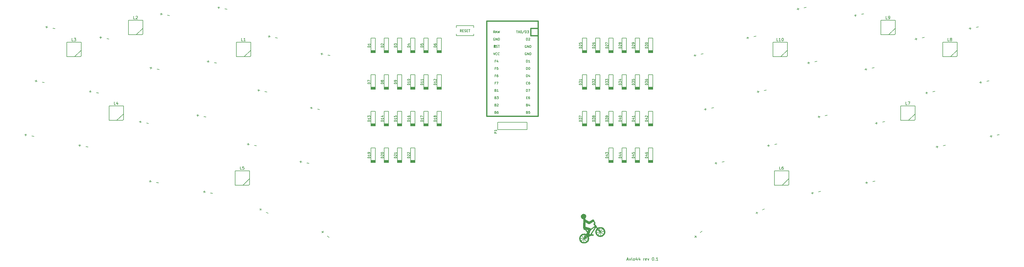
<source format=gto>
G04 #@! TF.GenerationSoftware,KiCad,Pcbnew,(5.1.4-0-10_14)*
G04 #@! TF.CreationDate,2021-05-16T21:06:51-06:00*
G04 #@! TF.ProjectId,avlo44,61766c6f-3434-42e6-9b69-6361645f7063,0.1*
G04 #@! TF.SameCoordinates,Original*
G04 #@! TF.FileFunction,Legend,Top*
G04 #@! TF.FilePolarity,Positive*
%FSLAX46Y46*%
G04 Gerber Fmt 4.6, Leading zero omitted, Abs format (unit mm)*
G04 Created by KiCad (PCBNEW (5.1.4-0-10_14)) date 2021-05-16 21:06:51*
%MOMM*%
%LPD*%
G04 APERTURE LIST*
%ADD10C,0.150000*%
%ADD11C,0.010000*%
%ADD12C,0.381000*%
%ADD13C,0.200000*%
G04 APERTURE END LIST*
D10*
X250928857Y-207417966D02*
X251405047Y-207417966D01*
X250833619Y-207703680D02*
X251166952Y-206703680D01*
X251500285Y-207703680D01*
X251738380Y-207037014D02*
X251976476Y-207703680D01*
X252214571Y-207037014D01*
X252738380Y-207703680D02*
X252643142Y-207656061D01*
X252595523Y-207560823D01*
X252595523Y-206703680D01*
X253262190Y-207703680D02*
X253166952Y-207656061D01*
X253119333Y-207608442D01*
X253071714Y-207513204D01*
X253071714Y-207227490D01*
X253119333Y-207132252D01*
X253166952Y-207084633D01*
X253262190Y-207037014D01*
X253405047Y-207037014D01*
X253500285Y-207084633D01*
X253547904Y-207132252D01*
X253595523Y-207227490D01*
X253595523Y-207513204D01*
X253547904Y-207608442D01*
X253500285Y-207656061D01*
X253405047Y-207703680D01*
X253262190Y-207703680D01*
X254452666Y-207037014D02*
X254452666Y-207703680D01*
X254214571Y-206656061D02*
X253976476Y-207370347D01*
X254595523Y-207370347D01*
X255405047Y-207037014D02*
X255405047Y-207703680D01*
X255166952Y-206656061D02*
X254928857Y-207370347D01*
X255547904Y-207370347D01*
X256690761Y-207703680D02*
X256690761Y-207037014D01*
X256690761Y-207227490D02*
X256738380Y-207132252D01*
X256786000Y-207084633D01*
X256881238Y-207037014D01*
X256976476Y-207037014D01*
X257690761Y-207656061D02*
X257595523Y-207703680D01*
X257405047Y-207703680D01*
X257309809Y-207656061D01*
X257262190Y-207560823D01*
X257262190Y-207179871D01*
X257309809Y-207084633D01*
X257405047Y-207037014D01*
X257595523Y-207037014D01*
X257690761Y-207084633D01*
X257738380Y-207179871D01*
X257738380Y-207275109D01*
X257262190Y-207370347D01*
X258071714Y-207037014D02*
X258309809Y-207703680D01*
X258547904Y-207037014D01*
X259881238Y-206703680D02*
X259976476Y-206703680D01*
X260071714Y-206751300D01*
X260119333Y-206798919D01*
X260166952Y-206894157D01*
X260214571Y-207084633D01*
X260214571Y-207322728D01*
X260166952Y-207513204D01*
X260119333Y-207608442D01*
X260071714Y-207656061D01*
X259976476Y-207703680D01*
X259881238Y-207703680D01*
X259786000Y-207656061D01*
X259738380Y-207608442D01*
X259690761Y-207513204D01*
X259643142Y-207322728D01*
X259643142Y-207084633D01*
X259690761Y-206894157D01*
X259738380Y-206798919D01*
X259786000Y-206751300D01*
X259881238Y-206703680D01*
X260643142Y-207608442D02*
X260690761Y-207656061D01*
X260643142Y-207703680D01*
X260595523Y-207656061D01*
X260643142Y-207608442D01*
X260643142Y-207703680D01*
X261643142Y-207703680D02*
X261071714Y-207703680D01*
X261357428Y-207703680D02*
X261357428Y-206703680D01*
X261262190Y-206846538D01*
X261166952Y-206941776D01*
X261071714Y-206989395D01*
D11*
G36*
X236095968Y-191586797D02*
G01*
X236253258Y-191646640D01*
X236476118Y-191804230D01*
X236634079Y-192005306D01*
X236724701Y-192236190D01*
X236745540Y-192483205D01*
X236694155Y-192732673D01*
X236568104Y-192970918D01*
X236504028Y-193051247D01*
X236414677Y-193162135D01*
X236354587Y-193254666D01*
X236338533Y-193298118D01*
X236372421Y-193333618D01*
X236465224Y-193404675D01*
X236603652Y-193502633D01*
X236774414Y-193618836D01*
X236964221Y-193744628D01*
X237159782Y-193871352D01*
X237347807Y-193990353D01*
X237515006Y-194092974D01*
X237648087Y-194170560D01*
X237733761Y-194214454D01*
X237755651Y-194221100D01*
X237801031Y-194200902D01*
X237906937Y-194144921D01*
X238060784Y-194060076D01*
X238249991Y-193953286D01*
X238418378Y-193856693D01*
X238652911Y-193722514D01*
X238827595Y-193626662D01*
X238955035Y-193563663D01*
X239047840Y-193528046D01*
X239118616Y-193514337D01*
X239179971Y-193517064D01*
X239194930Y-193519600D01*
X239349836Y-193587883D01*
X239462499Y-193713632D01*
X239513323Y-193873592D01*
X239514399Y-193898726D01*
X239539146Y-194007166D01*
X239615551Y-194154078D01*
X239747233Y-194347246D01*
X239849150Y-194491837D01*
X239928261Y-194614480D01*
X239973152Y-194696969D01*
X239979200Y-194717336D01*
X239949891Y-194777944D01*
X239877302Y-194860760D01*
X239855901Y-194880641D01*
X239732601Y-194990501D01*
X240067567Y-195446115D01*
X240191200Y-195616566D01*
X240294246Y-195762992D01*
X240367379Y-195871810D01*
X240401269Y-195929435D01*
X240402533Y-195933956D01*
X240427772Y-195981016D01*
X240493435Y-196071114D01*
X240570988Y-196167384D01*
X240739442Y-196368584D01*
X240962571Y-196257925D01*
X241069019Y-196209061D01*
X241167551Y-196177057D01*
X241280572Y-196158423D01*
X241430491Y-196149664D01*
X241639713Y-196147289D01*
X241672533Y-196147267D01*
X241887840Y-196148729D01*
X242041427Y-196155746D01*
X242156225Y-196172263D01*
X242255167Y-196202225D01*
X242361183Y-196249578D01*
X242410697Y-196274267D01*
X242728005Y-196480120D01*
X242993897Y-196746729D01*
X243195856Y-197061331D01*
X243208840Y-197088114D01*
X243272439Y-197229546D01*
X243312374Y-197346622D01*
X243334034Y-197467621D01*
X243342808Y-197620827D01*
X243344159Y-197798267D01*
X243341671Y-198000615D01*
X243331178Y-198146264D01*
X243307219Y-198263143D01*
X243264334Y-198379183D01*
X243206264Y-198503472D01*
X243002850Y-198826232D01*
X242735556Y-199095848D01*
X242411662Y-199305049D01*
X242395228Y-199313243D01*
X242263612Y-199375079D01*
X242154283Y-199414694D01*
X242041222Y-199436992D01*
X241898412Y-199446877D01*
X241699835Y-199449253D01*
X241673536Y-199449267D01*
X241465393Y-199447218D01*
X241315538Y-199437893D01*
X241197628Y-199416524D01*
X241085321Y-199378342D01*
X240952745Y-199318803D01*
X240635829Y-199122590D01*
X240410060Y-198901864D01*
X241008098Y-198901864D01*
X241009245Y-198905923D01*
X241080495Y-198946116D01*
X241206642Y-198992617D01*
X241359172Y-199037204D01*
X241509572Y-199071652D01*
X241629326Y-199087740D01*
X241640783Y-199088051D01*
X241746792Y-199081211D01*
X241791897Y-199049913D01*
X241799533Y-199002079D01*
X241792930Y-198908196D01*
X241775358Y-198763578D01*
X241750173Y-198588732D01*
X241720729Y-198404163D01*
X241690383Y-198230380D01*
X241662489Y-198087887D01*
X241640404Y-197997192D01*
X241638120Y-197991760D01*
X241763259Y-197991760D01*
X241763293Y-198049268D01*
X241774561Y-198172314D01*
X241795104Y-198342804D01*
X241822878Y-198542090D01*
X241859495Y-198774754D01*
X241894993Y-198931529D01*
X241939163Y-199020489D01*
X242001798Y-199049707D01*
X242092690Y-199027256D01*
X242221630Y-198961208D01*
X242286367Y-198924210D01*
X242426164Y-198834105D01*
X242551387Y-198737675D01*
X242603600Y-198688647D01*
X242668600Y-198609781D01*
X242675979Y-198564699D01*
X242645933Y-198539045D01*
X242587105Y-198501383D01*
X242475479Y-198426617D01*
X242327743Y-198326021D01*
X242180533Y-198224675D01*
X242021763Y-198119316D01*
X241889865Y-198040259D01*
X241798935Y-197995373D01*
X241763259Y-197991760D01*
X241638120Y-197991760D01*
X241631732Y-197976568D01*
X241598815Y-197997295D01*
X241529778Y-198077461D01*
X241433982Y-198205087D01*
X241320784Y-198368198D01*
X241292095Y-198411251D01*
X241179738Y-198585929D01*
X241089699Y-198735113D01*
X241029858Y-198845019D01*
X241008098Y-198901864D01*
X240410060Y-198901864D01*
X240367799Y-198860548D01*
X240157360Y-198541373D01*
X240139934Y-198506882D01*
X240074991Y-198368515D01*
X240034036Y-198254885D01*
X240031230Y-198240298D01*
X240455620Y-198240298D01*
X240510761Y-198374398D01*
X240563672Y-198457949D01*
X240644215Y-198565813D01*
X240735140Y-198677254D01*
X240819197Y-198771535D01*
X240879136Y-198827919D01*
X240894273Y-198835434D01*
X240922264Y-198802161D01*
X240987147Y-198711229D01*
X241079671Y-198575969D01*
X241190588Y-198409709D01*
X241207307Y-198384338D01*
X241317505Y-198213583D01*
X241406338Y-198069621D01*
X241465578Y-197966271D01*
X241486994Y-197917349D01*
X241486467Y-197915590D01*
X241441995Y-197917476D01*
X241334645Y-197933419D01*
X241184304Y-197959627D01*
X241010860Y-197992309D01*
X240834199Y-198027677D01*
X240674208Y-198061938D01*
X240550774Y-198091304D01*
X240518950Y-198099995D01*
X240456413Y-198147498D01*
X240455620Y-198240298D01*
X240031230Y-198240298D01*
X240011596Y-198138241D01*
X240002198Y-197990833D01*
X240000367Y-197799157D01*
X240000459Y-197790826D01*
X240375987Y-197790826D01*
X240383755Y-197914684D01*
X240405004Y-197998639D01*
X240418501Y-198031100D01*
X240460966Y-198022860D01*
X240569950Y-198000400D01*
X240729160Y-197967108D01*
X240922301Y-197926372D01*
X240930911Y-197924549D01*
X241125655Y-197882519D01*
X241287536Y-197846081D01*
X241321405Y-197837946D01*
X241809243Y-197837946D01*
X241835885Y-197866377D01*
X241921091Y-197932242D01*
X242052605Y-198026572D01*
X242218173Y-198140400D01*
X242271884Y-198176496D01*
X242476932Y-198312010D01*
X242623997Y-198400445D01*
X242725195Y-198442203D01*
X242792643Y-198437687D01*
X242838457Y-198387299D01*
X242874755Y-198291440D01*
X242901024Y-198197375D01*
X242954248Y-197965024D01*
X242975583Y-197786329D01*
X242964584Y-197669867D01*
X242930711Y-197626662D01*
X242871723Y-197627097D01*
X242750345Y-197642181D01*
X242586376Y-197668184D01*
X242399617Y-197701376D01*
X242209866Y-197738026D01*
X242036925Y-197774404D01*
X241900593Y-197806779D01*
X241820668Y-197831422D01*
X241809243Y-197837946D01*
X241321405Y-197837946D01*
X241400073Y-197819051D01*
X241446787Y-197805247D01*
X241447035Y-197805042D01*
X241436316Y-197761421D01*
X241368439Y-197695051D01*
X241799533Y-197695051D01*
X241833722Y-197725744D01*
X241894783Y-197720468D01*
X241974930Y-197702425D01*
X242115889Y-197672301D01*
X242295486Y-197634792D01*
X242434533Y-197606202D01*
X242619356Y-197566517D01*
X242772497Y-197530004D01*
X242875391Y-197501312D01*
X242908715Y-197487458D01*
X242915022Y-197428311D01*
X242876728Y-197324496D01*
X242806065Y-197194101D01*
X242715262Y-197055219D01*
X242616550Y-196925939D01*
X242522160Y-196824352D01*
X242444321Y-196768548D01*
X242419024Y-196763132D01*
X242379954Y-196797422D01*
X242308092Y-196887672D01*
X242214415Y-197017367D01*
X242109902Y-197169992D01*
X242005530Y-197329032D01*
X241912279Y-197477973D01*
X241841125Y-197600300D01*
X241803048Y-197679498D01*
X241799533Y-197695051D01*
X241368439Y-197695051D01*
X241353363Y-197680310D01*
X241197326Y-197560996D01*
X240967352Y-197402769D01*
X240959884Y-197397800D01*
X240801399Y-197294276D01*
X240671019Y-197212573D01*
X240583288Y-197161574D01*
X240552868Y-197149194D01*
X240490199Y-197262265D01*
X240435136Y-197428136D01*
X240394719Y-197614944D01*
X240375987Y-197790826D01*
X240000459Y-197790826D01*
X240002627Y-197596208D01*
X240012935Y-197450213D01*
X240036580Y-197333505D01*
X240078852Y-197218417D01*
X240134074Y-197099767D01*
X240153928Y-197061959D01*
X240615906Y-197061959D01*
X240618751Y-197073360D01*
X240693735Y-197128673D01*
X240801169Y-197199754D01*
X240918861Y-197273030D01*
X241024618Y-197334926D01*
X241096247Y-197371867D01*
X241113876Y-197376202D01*
X241097776Y-197337747D01*
X241038693Y-197253911D01*
X240950835Y-197144561D01*
X240854680Y-197035599D01*
X240778471Y-196958489D01*
X240739757Y-196930434D01*
X240693914Y-196956479D01*
X240642952Y-197011753D01*
X240615906Y-197061959D01*
X240153928Y-197061959D01*
X240217686Y-196940550D01*
X240305123Y-196794190D01*
X240366615Y-196707224D01*
X241038958Y-196707224D01*
X241060015Y-196761147D01*
X241119411Y-196848381D01*
X241223607Y-196983264D01*
X241261460Y-197031230D01*
X241371781Y-197165897D01*
X241461571Y-197266209D01*
X241519341Y-197319874D01*
X241534483Y-197323417D01*
X241533948Y-197266919D01*
X241521694Y-197148794D01*
X241500151Y-196990889D01*
X241490551Y-196928265D01*
X241435900Y-196581867D01*
X241517759Y-196581867D01*
X241521659Y-196602350D01*
X241537542Y-196690234D01*
X241560586Y-196832550D01*
X241586048Y-196999904D01*
X241588283Y-197015100D01*
X241622610Y-197243083D01*
X241648906Y-197399580D01*
X241669973Y-197497079D01*
X241688612Y-197548066D01*
X241707624Y-197565026D01*
X241711774Y-197565434D01*
X241746392Y-197532199D01*
X241816984Y-197441595D01*
X241913433Y-197307272D01*
X242025619Y-197142880D01*
X242031061Y-197134715D01*
X242150501Y-196953515D01*
X242227688Y-196829074D01*
X242268243Y-196748318D01*
X242277787Y-196698173D01*
X242261941Y-196665568D01*
X242240556Y-196647490D01*
X242095708Y-196576184D01*
X241900615Y-196526684D01*
X241688628Y-196507362D01*
X241682310Y-196507336D01*
X241570006Y-196511481D01*
X241521926Y-196532320D01*
X241517759Y-196581867D01*
X241435900Y-196581867D01*
X241434122Y-196570600D01*
X241302608Y-196576485D01*
X241178370Y-196600112D01*
X241086013Y-196641964D01*
X241049778Y-196672275D01*
X241038958Y-196707224D01*
X240366615Y-196707224D01*
X240372974Y-196698232D01*
X240478167Y-196571863D01*
X240347968Y-196390564D01*
X240270420Y-196295344D01*
X240209761Y-196243702D01*
X240187101Y-196241766D01*
X240148740Y-196293360D01*
X240073048Y-196404244D01*
X239966543Y-196564288D01*
X239835741Y-196763358D01*
X239687158Y-196991326D01*
X239527311Y-197238058D01*
X239362716Y-197493425D01*
X239199889Y-197747295D01*
X239045348Y-197989538D01*
X238905609Y-198210021D01*
X238787187Y-198398614D01*
X238696600Y-198545186D01*
X238640363Y-198639605D01*
X238624438Y-198671242D01*
X238663099Y-198677277D01*
X238764996Y-198678166D01*
X238908847Y-198673773D01*
X238922738Y-198673133D01*
X239121663Y-198672796D01*
X239250242Y-198697843D01*
X239320368Y-198753529D01*
X239343935Y-198845110D01*
X239344200Y-198859383D01*
X239321572Y-198956716D01*
X239247734Y-199024689D01*
X239113756Y-199066842D01*
X238910706Y-199086716D01*
X238763903Y-199089434D01*
X238575043Y-199091556D01*
X238436994Y-199102889D01*
X238318431Y-199130881D01*
X238188034Y-199182980D01*
X238014481Y-199266635D01*
X238010558Y-199268580D01*
X237832240Y-199361602D01*
X237723801Y-199430515D01*
X237676202Y-199481871D01*
X237674659Y-199511996D01*
X237695579Y-199587049D01*
X237723290Y-199714101D01*
X237744340Y-199824758D01*
X237765399Y-200174237D01*
X237709009Y-200518629D01*
X237582005Y-200844791D01*
X237391219Y-201139578D01*
X237143485Y-201389846D01*
X236845638Y-201582450D01*
X236825367Y-201592344D01*
X236710373Y-201644550D01*
X236609960Y-201679263D01*
X236501918Y-201700019D01*
X236364036Y-201710357D01*
X236174105Y-201713814D01*
X236061095Y-201714067D01*
X235836903Y-201712415D01*
X235676230Y-201705363D01*
X235557959Y-201689821D01*
X235460973Y-201662697D01*
X235364155Y-201620901D01*
X235338495Y-201608292D01*
X235011385Y-201401804D01*
X234997479Y-201388054D01*
X235948034Y-201388054D01*
X236199265Y-201365273D01*
X236373567Y-201336382D01*
X236544338Y-201287428D01*
X236624476Y-201253735D01*
X236733279Y-201193433D01*
X236806273Y-201144084D01*
X236819910Y-201130263D01*
X236801167Y-201089398D01*
X236738827Y-201000115D01*
X236645258Y-200877522D01*
X236532834Y-200736728D01*
X236413924Y-200592844D01*
X236300899Y-200460977D01*
X236206132Y-200356239D01*
X236141991Y-200293737D01*
X236126599Y-200283486D01*
X236108913Y-200317327D01*
X236086278Y-200418558D01*
X236061964Y-200570300D01*
X236044624Y-200706819D01*
X236021161Y-200903990D01*
X235998414Y-201081772D01*
X235979624Y-201215443D01*
X235971383Y-201265327D01*
X235948034Y-201388054D01*
X234997479Y-201388054D01*
X234750096Y-201143452D01*
X234644335Y-200975657D01*
X235110867Y-200975657D01*
X235146244Y-201018768D01*
X235238877Y-201084881D01*
X235368517Y-201162920D01*
X235514912Y-201241807D01*
X235657814Y-201310464D01*
X235776972Y-201357817D01*
X235836246Y-201372451D01*
X235854199Y-201335249D01*
X235877808Y-201233882D01*
X235902651Y-201088248D01*
X235908523Y-201047350D01*
X235949001Y-200745441D01*
X235976052Y-200520084D01*
X235990271Y-200364335D01*
X235992256Y-200271250D01*
X235982601Y-200233883D01*
X235978498Y-200232434D01*
X235938694Y-200258327D01*
X235850654Y-200327654D01*
X235729009Y-200427880D01*
X235588390Y-200546474D01*
X235443427Y-200670902D01*
X235308750Y-200788633D01*
X235198990Y-200887132D01*
X235128777Y-200953869D01*
X235110867Y-200975657D01*
X234644335Y-200975657D01*
X234557708Y-200838221D01*
X234437300Y-200491097D01*
X234391951Y-200107066D01*
X234391658Y-200075272D01*
X234392684Y-200065711D01*
X234762978Y-200065711D01*
X234792177Y-200260422D01*
X234825907Y-200413732D01*
X234877862Y-200572183D01*
X234938825Y-200714610D01*
X234999580Y-200819847D01*
X235050912Y-200866729D01*
X235056479Y-200867434D01*
X235094539Y-200841403D01*
X235183578Y-200770346D01*
X235310703Y-200664814D01*
X235463023Y-200535358D01*
X235478641Y-200521936D01*
X235660666Y-200360289D01*
X235776292Y-200245277D01*
X235812265Y-200195822D01*
X236229164Y-200195822D01*
X236239667Y-200247825D01*
X236295351Y-200324421D01*
X236297899Y-200327135D01*
X236365501Y-200402000D01*
X236469523Y-200521119D01*
X236592016Y-200663847D01*
X236648022Y-200729850D01*
X236762539Y-200862334D01*
X236857024Y-200966074D01*
X236918248Y-201026828D01*
X236933116Y-201036767D01*
X236976994Y-201008896D01*
X237046594Y-200941847D01*
X237046900Y-200941517D01*
X237155497Y-200793185D01*
X237255784Y-200604960D01*
X237325504Y-200420460D01*
X237336991Y-200373062D01*
X237363670Y-200239667D01*
X237136851Y-200216257D01*
X236898356Y-200195004D01*
X236674435Y-200181147D01*
X236480576Y-200175035D01*
X236332269Y-200177016D01*
X236245003Y-200187439D01*
X236229164Y-200195822D01*
X235812265Y-200195822D01*
X235827960Y-200174245D01*
X235823647Y-200146583D01*
X235760877Y-200132801D01*
X235632506Y-200117641D01*
X235457539Y-200102984D01*
X235265006Y-200091219D01*
X234883388Y-200071829D01*
X236508149Y-200071829D01*
X236546817Y-200088182D01*
X236649111Y-200103681D01*
X236794017Y-200115277D01*
X236814783Y-200116334D01*
X236986664Y-200124877D01*
X237140999Y-200133171D01*
X237243359Y-200139355D01*
X237365017Y-200147767D01*
X237345713Y-199914982D01*
X237331877Y-199783366D01*
X237316660Y-199690615D01*
X237307343Y-199663132D01*
X237263916Y-199672511D01*
X237165934Y-199713562D01*
X237032634Y-199776447D01*
X236883254Y-199851330D01*
X236737030Y-199928371D01*
X236613202Y-199997733D01*
X236531004Y-200049579D01*
X236508149Y-200071829D01*
X234883388Y-200071829D01*
X234762978Y-200065711D01*
X234392684Y-200065711D01*
X234402740Y-199972058D01*
X234775592Y-199972058D01*
X235038479Y-199997006D01*
X235230114Y-200013512D01*
X235432212Y-200028397D01*
X235534200Y-200034696D01*
X235678809Y-200043275D01*
X235796658Y-200051429D01*
X235841117Y-200055269D01*
X235903792Y-200050717D01*
X235915200Y-200039242D01*
X235889009Y-200000151D01*
X235817322Y-199910002D01*
X235710465Y-199781396D01*
X235578765Y-199626931D01*
X235549709Y-199593301D01*
X235401103Y-199422700D01*
X235296783Y-199308036D01*
X235225936Y-199240965D01*
X235177747Y-199213141D01*
X235141402Y-199216218D01*
X235106087Y-199241850D01*
X235100634Y-199246742D01*
X235015810Y-199351990D01*
X234926740Y-199506399D01*
X234850084Y-199677085D01*
X234802504Y-199831164D01*
X234801222Y-199837662D01*
X234775592Y-199972058D01*
X234402740Y-199972058D01*
X234431305Y-199706041D01*
X234548307Y-199364728D01*
X234717304Y-199091595D01*
X235280200Y-199091595D01*
X235306576Y-199140788D01*
X235378536Y-199239256D01*
X235485326Y-199373068D01*
X235616194Y-199528297D01*
X235626668Y-199540400D01*
X235782836Y-199718418D01*
X235894034Y-199830574D01*
X235970219Y-199873697D01*
X236021353Y-199844619D01*
X236057393Y-199740169D01*
X236087327Y-199562936D01*
X236740700Y-199562936D01*
X236939695Y-199466931D01*
X237047239Y-199407248D01*
X237109928Y-199356976D01*
X237117113Y-199336012D01*
X237055478Y-199302342D01*
X236961355Y-199344696D01*
X236865037Y-199432018D01*
X236740700Y-199562936D01*
X236087327Y-199562936D01*
X236088300Y-199557178D01*
X236094608Y-199510636D01*
X236177070Y-199510636D01*
X236182121Y-199554584D01*
X236183624Y-199555100D01*
X236212139Y-199521372D01*
X236227380Y-199498463D01*
X236626838Y-199498463D01*
X236661388Y-199494850D01*
X236746079Y-199423031D01*
X236797299Y-199371720D01*
X236890707Y-199252174D01*
X236908580Y-199165029D01*
X236906908Y-199160053D01*
X236876268Y-199104439D01*
X236839920Y-199104316D01*
X236787974Y-199166761D01*
X236710539Y-199298853D01*
X236708962Y-199301710D01*
X236642629Y-199434031D01*
X236626838Y-199498463D01*
X236227380Y-199498463D01*
X236271775Y-199431737D01*
X236351160Y-199303521D01*
X236376042Y-199261949D01*
X236457530Y-199119944D01*
X236518618Y-199004271D01*
X236548743Y-198935221D01*
X236550200Y-198927424D01*
X236515730Y-198887504D01*
X236436353Y-198847608D01*
X236348116Y-198821089D01*
X236287064Y-198821297D01*
X236280091Y-198827379D01*
X236264717Y-198883245D01*
X236245457Y-198993304D01*
X236234960Y-199068267D01*
X236214071Y-199225344D01*
X236193371Y-199372186D01*
X236186586Y-199417517D01*
X236177070Y-199510636D01*
X236094608Y-199510636D01*
X236111488Y-199386104D01*
X236143025Y-199149018D01*
X236161776Y-198983718D01*
X236164678Y-198877882D01*
X236148665Y-198819189D01*
X236110671Y-198795317D01*
X236047630Y-198793944D01*
X235966133Y-198801840D01*
X235830275Y-198827115D01*
X235674848Y-198874089D01*
X235521090Y-198933792D01*
X235390238Y-198997254D01*
X235303528Y-199055502D01*
X235280200Y-199091595D01*
X234717304Y-199091595D01*
X234738043Y-199058077D01*
X234995893Y-198792834D01*
X235317235Y-198575744D01*
X235470700Y-198500246D01*
X235613357Y-198460108D01*
X235811754Y-198433920D01*
X236037995Y-198422442D01*
X236264187Y-198426434D01*
X236462436Y-198446654D01*
X236568010Y-198470360D01*
X236692152Y-198503812D01*
X236781829Y-198518490D01*
X236807386Y-198515964D01*
X236846995Y-198467579D01*
X236909207Y-198368684D01*
X236941739Y-198311659D01*
X237872604Y-198311659D01*
X237875249Y-198397676D01*
X237930835Y-198502417D01*
X237997910Y-198592011D01*
X238053186Y-198663942D01*
X238094647Y-198709547D01*
X238132332Y-198721755D01*
X238176280Y-198693497D01*
X238236529Y-198617703D01*
X238323118Y-198487302D01*
X238446087Y-198295225D01*
X238468193Y-198260808D01*
X238554528Y-198128017D01*
X238678365Y-197939517D01*
X238830044Y-197709913D01*
X238999902Y-197453809D01*
X239178279Y-197185810D01*
X239291698Y-197015917D01*
X239454040Y-196771281D01*
X239598404Y-196550335D01*
X239718755Y-196362591D01*
X239809064Y-196217562D01*
X239863299Y-196124760D01*
X239876380Y-196093836D01*
X239838015Y-196111774D01*
X239741094Y-196172545D01*
X239595684Y-196269388D01*
X239411851Y-196395543D01*
X239199661Y-196544249D01*
X239094328Y-196619060D01*
X238843172Y-196799053D01*
X238652164Y-196938946D01*
X238511952Y-197046986D01*
X238413181Y-197131422D01*
X238346497Y-197200503D01*
X238302545Y-197262477D01*
X238271971Y-197325592D01*
X238261111Y-197353767D01*
X238209572Y-197493772D01*
X238143645Y-197672917D01*
X238081951Y-197840600D01*
X238020764Y-197998160D01*
X237962664Y-198133035D01*
X237919655Y-198217460D01*
X237917736Y-198220436D01*
X237872604Y-198311659D01*
X236941739Y-198311659D01*
X236979771Y-198244996D01*
X237044434Y-198122228D01*
X237088947Y-198026095D01*
X237100533Y-197987022D01*
X237076014Y-197938781D01*
X237008627Y-197837051D01*
X236907626Y-197695065D01*
X236782268Y-197526054D01*
X236730117Y-197457427D01*
X236577961Y-197260604D01*
X236464139Y-197123516D01*
X236376244Y-197038123D01*
X236301867Y-196996383D01*
X236228600Y-196990257D01*
X236144036Y-197011702D01*
X236079408Y-197035737D01*
X236002151Y-197027889D01*
X235921015Y-196974385D01*
X235874593Y-196902808D01*
X235873928Y-196897139D01*
X236718856Y-196897139D01*
X236835611Y-197052355D01*
X236926515Y-197172915D01*
X237039667Y-197322596D01*
X237121414Y-197430525D01*
X237290461Y-197653478D01*
X237366930Y-197473426D01*
X237415661Y-197345379D01*
X237447159Y-197237800D01*
X237451882Y-197210614D01*
X237443430Y-197166759D01*
X237398769Y-197127123D01*
X237303862Y-197084030D01*
X237144673Y-197029805D01*
X237089611Y-197012496D01*
X236718856Y-196897139D01*
X235873928Y-196897139D01*
X235872867Y-196888100D01*
X235899756Y-196832066D01*
X235939084Y-196785597D01*
X235975973Y-196736159D01*
X235961966Y-196689366D01*
X235888786Y-196618770D01*
X235886167Y-196616506D01*
X235767033Y-196513632D01*
X235779349Y-195018500D01*
X235780338Y-194929801D01*
X236515400Y-194929801D01*
X236517193Y-195179368D01*
X236517536Y-195204635D01*
X236529033Y-196018837D01*
X237375700Y-196285321D01*
X237660477Y-196377713D01*
X237906812Y-196463080D01*
X238103868Y-196537345D01*
X238240810Y-196596431D01*
X238305857Y-196635286D01*
X238372302Y-196696156D01*
X238406888Y-196718767D01*
X238445471Y-196695482D01*
X238541183Y-196631018D01*
X238682296Y-196533465D01*
X238857083Y-196410909D01*
X239000731Y-196309218D01*
X239200368Y-196167052D01*
X239381838Y-196037278D01*
X239531229Y-195929889D01*
X239634626Y-195854874D01*
X239670894Y-195827967D01*
X239764755Y-195756267D01*
X239533311Y-195446910D01*
X239430366Y-195301199D01*
X239350962Y-195173370D01*
X239306959Y-195083232D01*
X239301867Y-195060327D01*
X239342564Y-194953664D01*
X239463086Y-194829427D01*
X239554439Y-194760265D01*
X239653703Y-194690737D01*
X239474408Y-194453263D01*
X239378900Y-194330275D01*
X239316072Y-194265056D01*
X239269184Y-194246625D01*
X239221497Y-194264002D01*
X239203240Y-194275394D01*
X239081996Y-194350462D01*
X238917161Y-194447581D01*
X238723698Y-194558476D01*
X238516571Y-194674873D01*
X238310744Y-194788495D01*
X238121179Y-194891070D01*
X237962840Y-194974321D01*
X237850692Y-195029973D01*
X237804122Y-195049106D01*
X237755653Y-195058339D01*
X237706123Y-195056240D01*
X237643729Y-195037172D01*
X237556668Y-194995498D01*
X237433137Y-194925580D01*
X237261332Y-194821781D01*
X237033959Y-194681260D01*
X236856799Y-194572677D01*
X236705604Y-194482520D01*
X236594774Y-194419193D01*
X236538711Y-194391101D01*
X236535628Y-194390434D01*
X236527035Y-194430603D01*
X236520608Y-194542500D01*
X236516634Y-194713206D01*
X236515400Y-194929801D01*
X235780338Y-194929801D01*
X235783630Y-194634813D01*
X235789670Y-194293334D01*
X235797206Y-194001695D01*
X235805977Y-193767528D01*
X235815717Y-193598465D01*
X235826166Y-193502135D01*
X235832266Y-193482768D01*
X235871989Y-193409896D01*
X235829366Y-193354173D01*
X235705142Y-193316501D01*
X235692950Y-193314490D01*
X235451339Y-193238809D01*
X235256139Y-193104296D01*
X235110056Y-192924634D01*
X235015796Y-192713505D01*
X234976064Y-192484592D01*
X234993568Y-192251576D01*
X235071013Y-192028142D01*
X235211106Y-191827972D01*
X235372141Y-191692428D01*
X235594822Y-191592360D01*
X235845624Y-191556655D01*
X236095968Y-191586797D01*
X236095968Y-191586797D01*
G37*
X236095968Y-191586797D02*
X236253258Y-191646640D01*
X236476118Y-191804230D01*
X236634079Y-192005306D01*
X236724701Y-192236190D01*
X236745540Y-192483205D01*
X236694155Y-192732673D01*
X236568104Y-192970918D01*
X236504028Y-193051247D01*
X236414677Y-193162135D01*
X236354587Y-193254666D01*
X236338533Y-193298118D01*
X236372421Y-193333618D01*
X236465224Y-193404675D01*
X236603652Y-193502633D01*
X236774414Y-193618836D01*
X236964221Y-193744628D01*
X237159782Y-193871352D01*
X237347807Y-193990353D01*
X237515006Y-194092974D01*
X237648087Y-194170560D01*
X237733761Y-194214454D01*
X237755651Y-194221100D01*
X237801031Y-194200902D01*
X237906937Y-194144921D01*
X238060784Y-194060076D01*
X238249991Y-193953286D01*
X238418378Y-193856693D01*
X238652911Y-193722514D01*
X238827595Y-193626662D01*
X238955035Y-193563663D01*
X239047840Y-193528046D01*
X239118616Y-193514337D01*
X239179971Y-193517064D01*
X239194930Y-193519600D01*
X239349836Y-193587883D01*
X239462499Y-193713632D01*
X239513323Y-193873592D01*
X239514399Y-193898726D01*
X239539146Y-194007166D01*
X239615551Y-194154078D01*
X239747233Y-194347246D01*
X239849150Y-194491837D01*
X239928261Y-194614480D01*
X239973152Y-194696969D01*
X239979200Y-194717336D01*
X239949891Y-194777944D01*
X239877302Y-194860760D01*
X239855901Y-194880641D01*
X239732601Y-194990501D01*
X240067567Y-195446115D01*
X240191200Y-195616566D01*
X240294246Y-195762992D01*
X240367379Y-195871810D01*
X240401269Y-195929435D01*
X240402533Y-195933956D01*
X240427772Y-195981016D01*
X240493435Y-196071114D01*
X240570988Y-196167384D01*
X240739442Y-196368584D01*
X240962571Y-196257925D01*
X241069019Y-196209061D01*
X241167551Y-196177057D01*
X241280572Y-196158423D01*
X241430491Y-196149664D01*
X241639713Y-196147289D01*
X241672533Y-196147267D01*
X241887840Y-196148729D01*
X242041427Y-196155746D01*
X242156225Y-196172263D01*
X242255167Y-196202225D01*
X242361183Y-196249578D01*
X242410697Y-196274267D01*
X242728005Y-196480120D01*
X242993897Y-196746729D01*
X243195856Y-197061331D01*
X243208840Y-197088114D01*
X243272439Y-197229546D01*
X243312374Y-197346622D01*
X243334034Y-197467621D01*
X243342808Y-197620827D01*
X243344159Y-197798267D01*
X243341671Y-198000615D01*
X243331178Y-198146264D01*
X243307219Y-198263143D01*
X243264334Y-198379183D01*
X243206264Y-198503472D01*
X243002850Y-198826232D01*
X242735556Y-199095848D01*
X242411662Y-199305049D01*
X242395228Y-199313243D01*
X242263612Y-199375079D01*
X242154283Y-199414694D01*
X242041222Y-199436992D01*
X241898412Y-199446877D01*
X241699835Y-199449253D01*
X241673536Y-199449267D01*
X241465393Y-199447218D01*
X241315538Y-199437893D01*
X241197628Y-199416524D01*
X241085321Y-199378342D01*
X240952745Y-199318803D01*
X240635829Y-199122590D01*
X240410060Y-198901864D01*
X241008098Y-198901864D01*
X241009245Y-198905923D01*
X241080495Y-198946116D01*
X241206642Y-198992617D01*
X241359172Y-199037204D01*
X241509572Y-199071652D01*
X241629326Y-199087740D01*
X241640783Y-199088051D01*
X241746792Y-199081211D01*
X241791897Y-199049913D01*
X241799533Y-199002079D01*
X241792930Y-198908196D01*
X241775358Y-198763578D01*
X241750173Y-198588732D01*
X241720729Y-198404163D01*
X241690383Y-198230380D01*
X241662489Y-198087887D01*
X241640404Y-197997192D01*
X241638120Y-197991760D01*
X241763259Y-197991760D01*
X241763293Y-198049268D01*
X241774561Y-198172314D01*
X241795104Y-198342804D01*
X241822878Y-198542090D01*
X241859495Y-198774754D01*
X241894993Y-198931529D01*
X241939163Y-199020489D01*
X242001798Y-199049707D01*
X242092690Y-199027256D01*
X242221630Y-198961208D01*
X242286367Y-198924210D01*
X242426164Y-198834105D01*
X242551387Y-198737675D01*
X242603600Y-198688647D01*
X242668600Y-198609781D01*
X242675979Y-198564699D01*
X242645933Y-198539045D01*
X242587105Y-198501383D01*
X242475479Y-198426617D01*
X242327743Y-198326021D01*
X242180533Y-198224675D01*
X242021763Y-198119316D01*
X241889865Y-198040259D01*
X241798935Y-197995373D01*
X241763259Y-197991760D01*
X241638120Y-197991760D01*
X241631732Y-197976568D01*
X241598815Y-197997295D01*
X241529778Y-198077461D01*
X241433982Y-198205087D01*
X241320784Y-198368198D01*
X241292095Y-198411251D01*
X241179738Y-198585929D01*
X241089699Y-198735113D01*
X241029858Y-198845019D01*
X241008098Y-198901864D01*
X240410060Y-198901864D01*
X240367799Y-198860548D01*
X240157360Y-198541373D01*
X240139934Y-198506882D01*
X240074991Y-198368515D01*
X240034036Y-198254885D01*
X240031230Y-198240298D01*
X240455620Y-198240298D01*
X240510761Y-198374398D01*
X240563672Y-198457949D01*
X240644215Y-198565813D01*
X240735140Y-198677254D01*
X240819197Y-198771535D01*
X240879136Y-198827919D01*
X240894273Y-198835434D01*
X240922264Y-198802161D01*
X240987147Y-198711229D01*
X241079671Y-198575969D01*
X241190588Y-198409709D01*
X241207307Y-198384338D01*
X241317505Y-198213583D01*
X241406338Y-198069621D01*
X241465578Y-197966271D01*
X241486994Y-197917349D01*
X241486467Y-197915590D01*
X241441995Y-197917476D01*
X241334645Y-197933419D01*
X241184304Y-197959627D01*
X241010860Y-197992309D01*
X240834199Y-198027677D01*
X240674208Y-198061938D01*
X240550774Y-198091304D01*
X240518950Y-198099995D01*
X240456413Y-198147498D01*
X240455620Y-198240298D01*
X240031230Y-198240298D01*
X240011596Y-198138241D01*
X240002198Y-197990833D01*
X240000367Y-197799157D01*
X240000459Y-197790826D01*
X240375987Y-197790826D01*
X240383755Y-197914684D01*
X240405004Y-197998639D01*
X240418501Y-198031100D01*
X240460966Y-198022860D01*
X240569950Y-198000400D01*
X240729160Y-197967108D01*
X240922301Y-197926372D01*
X240930911Y-197924549D01*
X241125655Y-197882519D01*
X241287536Y-197846081D01*
X241321405Y-197837946D01*
X241809243Y-197837946D01*
X241835885Y-197866377D01*
X241921091Y-197932242D01*
X242052605Y-198026572D01*
X242218173Y-198140400D01*
X242271884Y-198176496D01*
X242476932Y-198312010D01*
X242623997Y-198400445D01*
X242725195Y-198442203D01*
X242792643Y-198437687D01*
X242838457Y-198387299D01*
X242874755Y-198291440D01*
X242901024Y-198197375D01*
X242954248Y-197965024D01*
X242975583Y-197786329D01*
X242964584Y-197669867D01*
X242930711Y-197626662D01*
X242871723Y-197627097D01*
X242750345Y-197642181D01*
X242586376Y-197668184D01*
X242399617Y-197701376D01*
X242209866Y-197738026D01*
X242036925Y-197774404D01*
X241900593Y-197806779D01*
X241820668Y-197831422D01*
X241809243Y-197837946D01*
X241321405Y-197837946D01*
X241400073Y-197819051D01*
X241446787Y-197805247D01*
X241447035Y-197805042D01*
X241436316Y-197761421D01*
X241368439Y-197695051D01*
X241799533Y-197695051D01*
X241833722Y-197725744D01*
X241894783Y-197720468D01*
X241974930Y-197702425D01*
X242115889Y-197672301D01*
X242295486Y-197634792D01*
X242434533Y-197606202D01*
X242619356Y-197566517D01*
X242772497Y-197530004D01*
X242875391Y-197501312D01*
X242908715Y-197487458D01*
X242915022Y-197428311D01*
X242876728Y-197324496D01*
X242806065Y-197194101D01*
X242715262Y-197055219D01*
X242616550Y-196925939D01*
X242522160Y-196824352D01*
X242444321Y-196768548D01*
X242419024Y-196763132D01*
X242379954Y-196797422D01*
X242308092Y-196887672D01*
X242214415Y-197017367D01*
X242109902Y-197169992D01*
X242005530Y-197329032D01*
X241912279Y-197477973D01*
X241841125Y-197600300D01*
X241803048Y-197679498D01*
X241799533Y-197695051D01*
X241368439Y-197695051D01*
X241353363Y-197680310D01*
X241197326Y-197560996D01*
X240967352Y-197402769D01*
X240959884Y-197397800D01*
X240801399Y-197294276D01*
X240671019Y-197212573D01*
X240583288Y-197161574D01*
X240552868Y-197149194D01*
X240490199Y-197262265D01*
X240435136Y-197428136D01*
X240394719Y-197614944D01*
X240375987Y-197790826D01*
X240000459Y-197790826D01*
X240002627Y-197596208D01*
X240012935Y-197450213D01*
X240036580Y-197333505D01*
X240078852Y-197218417D01*
X240134074Y-197099767D01*
X240153928Y-197061959D01*
X240615906Y-197061959D01*
X240618751Y-197073360D01*
X240693735Y-197128673D01*
X240801169Y-197199754D01*
X240918861Y-197273030D01*
X241024618Y-197334926D01*
X241096247Y-197371867D01*
X241113876Y-197376202D01*
X241097776Y-197337747D01*
X241038693Y-197253911D01*
X240950835Y-197144561D01*
X240854680Y-197035599D01*
X240778471Y-196958489D01*
X240739757Y-196930434D01*
X240693914Y-196956479D01*
X240642952Y-197011753D01*
X240615906Y-197061959D01*
X240153928Y-197061959D01*
X240217686Y-196940550D01*
X240305123Y-196794190D01*
X240366615Y-196707224D01*
X241038958Y-196707224D01*
X241060015Y-196761147D01*
X241119411Y-196848381D01*
X241223607Y-196983264D01*
X241261460Y-197031230D01*
X241371781Y-197165897D01*
X241461571Y-197266209D01*
X241519341Y-197319874D01*
X241534483Y-197323417D01*
X241533948Y-197266919D01*
X241521694Y-197148794D01*
X241500151Y-196990889D01*
X241490551Y-196928265D01*
X241435900Y-196581867D01*
X241517759Y-196581867D01*
X241521659Y-196602350D01*
X241537542Y-196690234D01*
X241560586Y-196832550D01*
X241586048Y-196999904D01*
X241588283Y-197015100D01*
X241622610Y-197243083D01*
X241648906Y-197399580D01*
X241669973Y-197497079D01*
X241688612Y-197548066D01*
X241707624Y-197565026D01*
X241711774Y-197565434D01*
X241746392Y-197532199D01*
X241816984Y-197441595D01*
X241913433Y-197307272D01*
X242025619Y-197142880D01*
X242031061Y-197134715D01*
X242150501Y-196953515D01*
X242227688Y-196829074D01*
X242268243Y-196748318D01*
X242277787Y-196698173D01*
X242261941Y-196665568D01*
X242240556Y-196647490D01*
X242095708Y-196576184D01*
X241900615Y-196526684D01*
X241688628Y-196507362D01*
X241682310Y-196507336D01*
X241570006Y-196511481D01*
X241521926Y-196532320D01*
X241517759Y-196581867D01*
X241435900Y-196581867D01*
X241434122Y-196570600D01*
X241302608Y-196576485D01*
X241178370Y-196600112D01*
X241086013Y-196641964D01*
X241049778Y-196672275D01*
X241038958Y-196707224D01*
X240366615Y-196707224D01*
X240372974Y-196698232D01*
X240478167Y-196571863D01*
X240347968Y-196390564D01*
X240270420Y-196295344D01*
X240209761Y-196243702D01*
X240187101Y-196241766D01*
X240148740Y-196293360D01*
X240073048Y-196404244D01*
X239966543Y-196564288D01*
X239835741Y-196763358D01*
X239687158Y-196991326D01*
X239527311Y-197238058D01*
X239362716Y-197493425D01*
X239199889Y-197747295D01*
X239045348Y-197989538D01*
X238905609Y-198210021D01*
X238787187Y-198398614D01*
X238696600Y-198545186D01*
X238640363Y-198639605D01*
X238624438Y-198671242D01*
X238663099Y-198677277D01*
X238764996Y-198678166D01*
X238908847Y-198673773D01*
X238922738Y-198673133D01*
X239121663Y-198672796D01*
X239250242Y-198697843D01*
X239320368Y-198753529D01*
X239343935Y-198845110D01*
X239344200Y-198859383D01*
X239321572Y-198956716D01*
X239247734Y-199024689D01*
X239113756Y-199066842D01*
X238910706Y-199086716D01*
X238763903Y-199089434D01*
X238575043Y-199091556D01*
X238436994Y-199102889D01*
X238318431Y-199130881D01*
X238188034Y-199182980D01*
X238014481Y-199266635D01*
X238010558Y-199268580D01*
X237832240Y-199361602D01*
X237723801Y-199430515D01*
X237676202Y-199481871D01*
X237674659Y-199511996D01*
X237695579Y-199587049D01*
X237723290Y-199714101D01*
X237744340Y-199824758D01*
X237765399Y-200174237D01*
X237709009Y-200518629D01*
X237582005Y-200844791D01*
X237391219Y-201139578D01*
X237143485Y-201389846D01*
X236845638Y-201582450D01*
X236825367Y-201592344D01*
X236710373Y-201644550D01*
X236609960Y-201679263D01*
X236501918Y-201700019D01*
X236364036Y-201710357D01*
X236174105Y-201713814D01*
X236061095Y-201714067D01*
X235836903Y-201712415D01*
X235676230Y-201705363D01*
X235557959Y-201689821D01*
X235460973Y-201662697D01*
X235364155Y-201620901D01*
X235338495Y-201608292D01*
X235011385Y-201401804D01*
X234997479Y-201388054D01*
X235948034Y-201388054D01*
X236199265Y-201365273D01*
X236373567Y-201336382D01*
X236544338Y-201287428D01*
X236624476Y-201253735D01*
X236733279Y-201193433D01*
X236806273Y-201144084D01*
X236819910Y-201130263D01*
X236801167Y-201089398D01*
X236738827Y-201000115D01*
X236645258Y-200877522D01*
X236532834Y-200736728D01*
X236413924Y-200592844D01*
X236300899Y-200460977D01*
X236206132Y-200356239D01*
X236141991Y-200293737D01*
X236126599Y-200283486D01*
X236108913Y-200317327D01*
X236086278Y-200418558D01*
X236061964Y-200570300D01*
X236044624Y-200706819D01*
X236021161Y-200903990D01*
X235998414Y-201081772D01*
X235979624Y-201215443D01*
X235971383Y-201265327D01*
X235948034Y-201388054D01*
X234997479Y-201388054D01*
X234750096Y-201143452D01*
X234644335Y-200975657D01*
X235110867Y-200975657D01*
X235146244Y-201018768D01*
X235238877Y-201084881D01*
X235368517Y-201162920D01*
X235514912Y-201241807D01*
X235657814Y-201310464D01*
X235776972Y-201357817D01*
X235836246Y-201372451D01*
X235854199Y-201335249D01*
X235877808Y-201233882D01*
X235902651Y-201088248D01*
X235908523Y-201047350D01*
X235949001Y-200745441D01*
X235976052Y-200520084D01*
X235990271Y-200364335D01*
X235992256Y-200271250D01*
X235982601Y-200233883D01*
X235978498Y-200232434D01*
X235938694Y-200258327D01*
X235850654Y-200327654D01*
X235729009Y-200427880D01*
X235588390Y-200546474D01*
X235443427Y-200670902D01*
X235308750Y-200788633D01*
X235198990Y-200887132D01*
X235128777Y-200953869D01*
X235110867Y-200975657D01*
X234644335Y-200975657D01*
X234557708Y-200838221D01*
X234437300Y-200491097D01*
X234391951Y-200107066D01*
X234391658Y-200075272D01*
X234392684Y-200065711D01*
X234762978Y-200065711D01*
X234792177Y-200260422D01*
X234825907Y-200413732D01*
X234877862Y-200572183D01*
X234938825Y-200714610D01*
X234999580Y-200819847D01*
X235050912Y-200866729D01*
X235056479Y-200867434D01*
X235094539Y-200841403D01*
X235183578Y-200770346D01*
X235310703Y-200664814D01*
X235463023Y-200535358D01*
X235478641Y-200521936D01*
X235660666Y-200360289D01*
X235776292Y-200245277D01*
X235812265Y-200195822D01*
X236229164Y-200195822D01*
X236239667Y-200247825D01*
X236295351Y-200324421D01*
X236297899Y-200327135D01*
X236365501Y-200402000D01*
X236469523Y-200521119D01*
X236592016Y-200663847D01*
X236648022Y-200729850D01*
X236762539Y-200862334D01*
X236857024Y-200966074D01*
X236918248Y-201026828D01*
X236933116Y-201036767D01*
X236976994Y-201008896D01*
X237046594Y-200941847D01*
X237046900Y-200941517D01*
X237155497Y-200793185D01*
X237255784Y-200604960D01*
X237325504Y-200420460D01*
X237336991Y-200373062D01*
X237363670Y-200239667D01*
X237136851Y-200216257D01*
X236898356Y-200195004D01*
X236674435Y-200181147D01*
X236480576Y-200175035D01*
X236332269Y-200177016D01*
X236245003Y-200187439D01*
X236229164Y-200195822D01*
X235812265Y-200195822D01*
X235827960Y-200174245D01*
X235823647Y-200146583D01*
X235760877Y-200132801D01*
X235632506Y-200117641D01*
X235457539Y-200102984D01*
X235265006Y-200091219D01*
X234883388Y-200071829D01*
X236508149Y-200071829D01*
X236546817Y-200088182D01*
X236649111Y-200103681D01*
X236794017Y-200115277D01*
X236814783Y-200116334D01*
X236986664Y-200124877D01*
X237140999Y-200133171D01*
X237243359Y-200139355D01*
X237365017Y-200147767D01*
X237345713Y-199914982D01*
X237331877Y-199783366D01*
X237316660Y-199690615D01*
X237307343Y-199663132D01*
X237263916Y-199672511D01*
X237165934Y-199713562D01*
X237032634Y-199776447D01*
X236883254Y-199851330D01*
X236737030Y-199928371D01*
X236613202Y-199997733D01*
X236531004Y-200049579D01*
X236508149Y-200071829D01*
X234883388Y-200071829D01*
X234762978Y-200065711D01*
X234392684Y-200065711D01*
X234402740Y-199972058D01*
X234775592Y-199972058D01*
X235038479Y-199997006D01*
X235230114Y-200013512D01*
X235432212Y-200028397D01*
X235534200Y-200034696D01*
X235678809Y-200043275D01*
X235796658Y-200051429D01*
X235841117Y-200055269D01*
X235903792Y-200050717D01*
X235915200Y-200039242D01*
X235889009Y-200000151D01*
X235817322Y-199910002D01*
X235710465Y-199781396D01*
X235578765Y-199626931D01*
X235549709Y-199593301D01*
X235401103Y-199422700D01*
X235296783Y-199308036D01*
X235225936Y-199240965D01*
X235177747Y-199213141D01*
X235141402Y-199216218D01*
X235106087Y-199241850D01*
X235100634Y-199246742D01*
X235015810Y-199351990D01*
X234926740Y-199506399D01*
X234850084Y-199677085D01*
X234802504Y-199831164D01*
X234801222Y-199837662D01*
X234775592Y-199972058D01*
X234402740Y-199972058D01*
X234431305Y-199706041D01*
X234548307Y-199364728D01*
X234717304Y-199091595D01*
X235280200Y-199091595D01*
X235306576Y-199140788D01*
X235378536Y-199239256D01*
X235485326Y-199373068D01*
X235616194Y-199528297D01*
X235626668Y-199540400D01*
X235782836Y-199718418D01*
X235894034Y-199830574D01*
X235970219Y-199873697D01*
X236021353Y-199844619D01*
X236057393Y-199740169D01*
X236087327Y-199562936D01*
X236740700Y-199562936D01*
X236939695Y-199466931D01*
X237047239Y-199407248D01*
X237109928Y-199356976D01*
X237117113Y-199336012D01*
X237055478Y-199302342D01*
X236961355Y-199344696D01*
X236865037Y-199432018D01*
X236740700Y-199562936D01*
X236087327Y-199562936D01*
X236088300Y-199557178D01*
X236094608Y-199510636D01*
X236177070Y-199510636D01*
X236182121Y-199554584D01*
X236183624Y-199555100D01*
X236212139Y-199521372D01*
X236227380Y-199498463D01*
X236626838Y-199498463D01*
X236661388Y-199494850D01*
X236746079Y-199423031D01*
X236797299Y-199371720D01*
X236890707Y-199252174D01*
X236908580Y-199165029D01*
X236906908Y-199160053D01*
X236876268Y-199104439D01*
X236839920Y-199104316D01*
X236787974Y-199166761D01*
X236710539Y-199298853D01*
X236708962Y-199301710D01*
X236642629Y-199434031D01*
X236626838Y-199498463D01*
X236227380Y-199498463D01*
X236271775Y-199431737D01*
X236351160Y-199303521D01*
X236376042Y-199261949D01*
X236457530Y-199119944D01*
X236518618Y-199004271D01*
X236548743Y-198935221D01*
X236550200Y-198927424D01*
X236515730Y-198887504D01*
X236436353Y-198847608D01*
X236348116Y-198821089D01*
X236287064Y-198821297D01*
X236280091Y-198827379D01*
X236264717Y-198883245D01*
X236245457Y-198993304D01*
X236234960Y-199068267D01*
X236214071Y-199225344D01*
X236193371Y-199372186D01*
X236186586Y-199417517D01*
X236177070Y-199510636D01*
X236094608Y-199510636D01*
X236111488Y-199386104D01*
X236143025Y-199149018D01*
X236161776Y-198983718D01*
X236164678Y-198877882D01*
X236148665Y-198819189D01*
X236110671Y-198795317D01*
X236047630Y-198793944D01*
X235966133Y-198801840D01*
X235830275Y-198827115D01*
X235674848Y-198874089D01*
X235521090Y-198933792D01*
X235390238Y-198997254D01*
X235303528Y-199055502D01*
X235280200Y-199091595D01*
X234717304Y-199091595D01*
X234738043Y-199058077D01*
X234995893Y-198792834D01*
X235317235Y-198575744D01*
X235470700Y-198500246D01*
X235613357Y-198460108D01*
X235811754Y-198433920D01*
X236037995Y-198422442D01*
X236264187Y-198426434D01*
X236462436Y-198446654D01*
X236568010Y-198470360D01*
X236692152Y-198503812D01*
X236781829Y-198518490D01*
X236807386Y-198515964D01*
X236846995Y-198467579D01*
X236909207Y-198368684D01*
X236941739Y-198311659D01*
X237872604Y-198311659D01*
X237875249Y-198397676D01*
X237930835Y-198502417D01*
X237997910Y-198592011D01*
X238053186Y-198663942D01*
X238094647Y-198709547D01*
X238132332Y-198721755D01*
X238176280Y-198693497D01*
X238236529Y-198617703D01*
X238323118Y-198487302D01*
X238446087Y-198295225D01*
X238468193Y-198260808D01*
X238554528Y-198128017D01*
X238678365Y-197939517D01*
X238830044Y-197709913D01*
X238999902Y-197453809D01*
X239178279Y-197185810D01*
X239291698Y-197015917D01*
X239454040Y-196771281D01*
X239598404Y-196550335D01*
X239718755Y-196362591D01*
X239809064Y-196217562D01*
X239863299Y-196124760D01*
X239876380Y-196093836D01*
X239838015Y-196111774D01*
X239741094Y-196172545D01*
X239595684Y-196269388D01*
X239411851Y-196395543D01*
X239199661Y-196544249D01*
X239094328Y-196619060D01*
X238843172Y-196799053D01*
X238652164Y-196938946D01*
X238511952Y-197046986D01*
X238413181Y-197131422D01*
X238346497Y-197200503D01*
X238302545Y-197262477D01*
X238271971Y-197325592D01*
X238261111Y-197353767D01*
X238209572Y-197493772D01*
X238143645Y-197672917D01*
X238081951Y-197840600D01*
X238020764Y-197998160D01*
X237962664Y-198133035D01*
X237919655Y-198217460D01*
X237917736Y-198220436D01*
X237872604Y-198311659D01*
X236941739Y-198311659D01*
X236979771Y-198244996D01*
X237044434Y-198122228D01*
X237088947Y-198026095D01*
X237100533Y-197987022D01*
X237076014Y-197938781D01*
X237008627Y-197837051D01*
X236907626Y-197695065D01*
X236782268Y-197526054D01*
X236730117Y-197457427D01*
X236577961Y-197260604D01*
X236464139Y-197123516D01*
X236376244Y-197038123D01*
X236301867Y-196996383D01*
X236228600Y-196990257D01*
X236144036Y-197011702D01*
X236079408Y-197035737D01*
X236002151Y-197027889D01*
X235921015Y-196974385D01*
X235874593Y-196902808D01*
X235873928Y-196897139D01*
X236718856Y-196897139D01*
X236835611Y-197052355D01*
X236926515Y-197172915D01*
X237039667Y-197322596D01*
X237121414Y-197430525D01*
X237290461Y-197653478D01*
X237366930Y-197473426D01*
X237415661Y-197345379D01*
X237447159Y-197237800D01*
X237451882Y-197210614D01*
X237443430Y-197166759D01*
X237398769Y-197127123D01*
X237303862Y-197084030D01*
X237144673Y-197029805D01*
X237089611Y-197012496D01*
X236718856Y-196897139D01*
X235873928Y-196897139D01*
X235872867Y-196888100D01*
X235899756Y-196832066D01*
X235939084Y-196785597D01*
X235975973Y-196736159D01*
X235961966Y-196689366D01*
X235888786Y-196618770D01*
X235886167Y-196616506D01*
X235767033Y-196513632D01*
X235779349Y-195018500D01*
X235780338Y-194929801D01*
X236515400Y-194929801D01*
X236517193Y-195179368D01*
X236517536Y-195204635D01*
X236529033Y-196018837D01*
X237375700Y-196285321D01*
X237660477Y-196377713D01*
X237906812Y-196463080D01*
X238103868Y-196537345D01*
X238240810Y-196596431D01*
X238305857Y-196635286D01*
X238372302Y-196696156D01*
X238406888Y-196718767D01*
X238445471Y-196695482D01*
X238541183Y-196631018D01*
X238682296Y-196533465D01*
X238857083Y-196410909D01*
X239000731Y-196309218D01*
X239200368Y-196167052D01*
X239381838Y-196037278D01*
X239531229Y-195929889D01*
X239634626Y-195854874D01*
X239670894Y-195827967D01*
X239764755Y-195756267D01*
X239533311Y-195446910D01*
X239430366Y-195301199D01*
X239350962Y-195173370D01*
X239306959Y-195083232D01*
X239301867Y-195060327D01*
X239342564Y-194953664D01*
X239463086Y-194829427D01*
X239554439Y-194760265D01*
X239653703Y-194690737D01*
X239474408Y-194453263D01*
X239378900Y-194330275D01*
X239316072Y-194265056D01*
X239269184Y-194246625D01*
X239221497Y-194264002D01*
X239203240Y-194275394D01*
X239081996Y-194350462D01*
X238917161Y-194447581D01*
X238723698Y-194558476D01*
X238516571Y-194674873D01*
X238310744Y-194788495D01*
X238121179Y-194891070D01*
X237962840Y-194974321D01*
X237850692Y-195029973D01*
X237804122Y-195049106D01*
X237755653Y-195058339D01*
X237706123Y-195056240D01*
X237643729Y-195037172D01*
X237556668Y-194995498D01*
X237433137Y-194925580D01*
X237261332Y-194821781D01*
X237033959Y-194681260D01*
X236856799Y-194572677D01*
X236705604Y-194482520D01*
X236594774Y-194419193D01*
X236538711Y-194391101D01*
X236535628Y-194390434D01*
X236527035Y-194430603D01*
X236520608Y-194542500D01*
X236516634Y-194713206D01*
X236515400Y-194929801D01*
X235780338Y-194929801D01*
X235783630Y-194634813D01*
X235789670Y-194293334D01*
X235797206Y-194001695D01*
X235805977Y-193767528D01*
X235815717Y-193598465D01*
X235826166Y-193502135D01*
X235832266Y-193482768D01*
X235871989Y-193409896D01*
X235829366Y-193354173D01*
X235705142Y-193316501D01*
X235692950Y-193314490D01*
X235451339Y-193238809D01*
X235256139Y-193104296D01*
X235110056Y-192924634D01*
X235015796Y-192713505D01*
X234976064Y-192484592D01*
X234993568Y-192251576D01*
X235071013Y-192028142D01*
X235211106Y-191827972D01*
X235372141Y-191692428D01*
X235594822Y-191592360D01*
X235845624Y-191556655D01*
X236095968Y-191586797D01*
D12*
X217589100Y-129705100D02*
X220129100Y-129705100D01*
X217589100Y-127165100D02*
X217589100Y-129705100D01*
D10*
G36*
X205194465Y-133454130D02*
G01*
X205194465Y-133554130D01*
X205094465Y-133554130D01*
X205094465Y-133454130D01*
X205194465Y-133454130D01*
G37*
X205194465Y-133454130D02*
X205194465Y-133554130D01*
X205094465Y-133554130D01*
X205094465Y-133454130D01*
X205194465Y-133454130D01*
G36*
X204994465Y-133054130D02*
G01*
X204994465Y-133854130D01*
X204894465Y-133854130D01*
X204894465Y-133054130D01*
X204994465Y-133054130D01*
G37*
X204994465Y-133054130D02*
X204994465Y-133854130D01*
X204894465Y-133854130D01*
X204894465Y-133054130D01*
X204994465Y-133054130D01*
G36*
X205394465Y-133654130D02*
G01*
X205394465Y-133854130D01*
X205294465Y-133854130D01*
X205294465Y-133654130D01*
X205394465Y-133654130D01*
G37*
X205394465Y-133654130D02*
X205394465Y-133854130D01*
X205294465Y-133854130D01*
X205294465Y-133654130D01*
X205394465Y-133654130D01*
G36*
X205394465Y-133054130D02*
G01*
X205394465Y-133354130D01*
X205294465Y-133354130D01*
X205294465Y-133054130D01*
X205394465Y-133054130D01*
G37*
X205394465Y-133054130D02*
X205394465Y-133354130D01*
X205294465Y-133354130D01*
X205294465Y-133054130D01*
X205394465Y-133054130D01*
G36*
X205394465Y-133054130D02*
G01*
X205394465Y-133154130D01*
X204894465Y-133154130D01*
X204894465Y-133054130D01*
X205394465Y-133054130D01*
G37*
X205394465Y-133054130D02*
X205394465Y-133154130D01*
X204894465Y-133154130D01*
X204894465Y-133054130D01*
X205394465Y-133054130D01*
D12*
X202349100Y-157645100D02*
X202349100Y-124625100D01*
X220129100Y-157645100D02*
X202349100Y-157645100D01*
X220129100Y-124625100D02*
X220129100Y-157645100D01*
X202349100Y-124625100D02*
X220129100Y-124625100D01*
X217589100Y-127165100D02*
X220129100Y-127165100D01*
D10*
X206159100Y-162344100D02*
X206159100Y-159804100D01*
X216319100Y-159804100D02*
X216319100Y-162344100D01*
X206159100Y-159804100D02*
X216319100Y-159804100D01*
X206159100Y-162344100D02*
X216319100Y-162344100D01*
X258356100Y-168694100D02*
X258356100Y-173774100D01*
X258356100Y-173774100D02*
X259880100Y-173774100D01*
X259880100Y-173774100D02*
X259880100Y-168694100D01*
X259880100Y-168694100D02*
X258356100Y-168694100D01*
X258356100Y-168694100D02*
X258356100Y-169202100D01*
X258356100Y-173393100D02*
X259880100Y-173393100D01*
X259880100Y-173520100D02*
X258356100Y-173520100D01*
X258356100Y-173647100D02*
X259880100Y-173647100D01*
X259880100Y-173266100D02*
X258356100Y-173266100D01*
X258356100Y-173139100D02*
X259880100Y-173139100D01*
X258356100Y-173012100D02*
X259880100Y-173012100D01*
X253784100Y-168694100D02*
X253784100Y-173774100D01*
X253784100Y-173774100D02*
X255308100Y-173774100D01*
X255308100Y-173774100D02*
X255308100Y-168694100D01*
X255308100Y-168694100D02*
X253784100Y-168694100D01*
X253784100Y-168694100D02*
X253784100Y-169202100D01*
X253784100Y-173393100D02*
X255308100Y-173393100D01*
X255308100Y-173520100D02*
X253784100Y-173520100D01*
X253784100Y-173647100D02*
X255308100Y-173647100D01*
X255308100Y-173266100D02*
X253784100Y-173266100D01*
X253784100Y-173139100D02*
X255308100Y-173139100D01*
X253784100Y-173012100D02*
X255308100Y-173012100D01*
X249212100Y-168694100D02*
X249212100Y-173774100D01*
X249212100Y-173774100D02*
X250736100Y-173774100D01*
X250736100Y-173774100D02*
X250736100Y-168694100D01*
X250736100Y-168694100D02*
X249212100Y-168694100D01*
X249212100Y-168694100D02*
X249212100Y-169202100D01*
X249212100Y-173393100D02*
X250736100Y-173393100D01*
X250736100Y-173520100D02*
X249212100Y-173520100D01*
X249212100Y-173647100D02*
X250736100Y-173647100D01*
X250736100Y-173266100D02*
X249212100Y-173266100D01*
X249212100Y-173139100D02*
X250736100Y-173139100D01*
X249212100Y-173012100D02*
X250736100Y-173012100D01*
X244640100Y-168694100D02*
X244640100Y-173774100D01*
X244640100Y-173774100D02*
X246164100Y-173774100D01*
X246164100Y-173774100D02*
X246164100Y-168694100D01*
X246164100Y-168694100D02*
X244640100Y-168694100D01*
X244640100Y-168694100D02*
X244640100Y-169202100D01*
X244640100Y-173393100D02*
X246164100Y-173393100D01*
X246164100Y-173520100D02*
X244640100Y-173520100D01*
X244640100Y-173647100D02*
X246164100Y-173647100D01*
X246164100Y-173266100D02*
X244640100Y-173266100D01*
X244640100Y-173139100D02*
X246164100Y-173139100D01*
X244640100Y-173012100D02*
X246164100Y-173012100D01*
X258356100Y-155994100D02*
X258356100Y-161074100D01*
X258356100Y-161074100D02*
X259880100Y-161074100D01*
X259880100Y-161074100D02*
X259880100Y-155994100D01*
X259880100Y-155994100D02*
X258356100Y-155994100D01*
X258356100Y-155994100D02*
X258356100Y-156502100D01*
X258356100Y-160693100D02*
X259880100Y-160693100D01*
X259880100Y-160820100D02*
X258356100Y-160820100D01*
X258356100Y-160947100D02*
X259880100Y-160947100D01*
X259880100Y-160566100D02*
X258356100Y-160566100D01*
X258356100Y-160439100D02*
X259880100Y-160439100D01*
X258356100Y-160312100D02*
X259880100Y-160312100D01*
X253784100Y-155994100D02*
X253784100Y-161074100D01*
X253784100Y-161074100D02*
X255308100Y-161074100D01*
X255308100Y-161074100D02*
X255308100Y-155994100D01*
X255308100Y-155994100D02*
X253784100Y-155994100D01*
X253784100Y-155994100D02*
X253784100Y-156502100D01*
X253784100Y-160693100D02*
X255308100Y-160693100D01*
X255308100Y-160820100D02*
X253784100Y-160820100D01*
X253784100Y-160947100D02*
X255308100Y-160947100D01*
X255308100Y-160566100D02*
X253784100Y-160566100D01*
X253784100Y-160439100D02*
X255308100Y-160439100D01*
X253784100Y-160312100D02*
X255308100Y-160312100D01*
X162344100Y-130594100D02*
X162344100Y-135674100D01*
X162344100Y-135674100D02*
X163868100Y-135674100D01*
X163868100Y-135674100D02*
X163868100Y-130594100D01*
X163868100Y-130594100D02*
X162344100Y-130594100D01*
X162344100Y-130594100D02*
X162344100Y-131102100D01*
X162344100Y-135293100D02*
X163868100Y-135293100D01*
X163868100Y-135420100D02*
X162344100Y-135420100D01*
X162344100Y-135547100D02*
X163868100Y-135547100D01*
X163868100Y-135166100D02*
X162344100Y-135166100D01*
X162344100Y-135039100D02*
X163868100Y-135039100D01*
X162344100Y-134912100D02*
X163868100Y-134912100D01*
X166916100Y-130594100D02*
X166916100Y-135674100D01*
X166916100Y-135674100D02*
X168440100Y-135674100D01*
X168440100Y-135674100D02*
X168440100Y-130594100D01*
X168440100Y-130594100D02*
X166916100Y-130594100D01*
X166916100Y-130594100D02*
X166916100Y-131102100D01*
X166916100Y-135293100D02*
X168440100Y-135293100D01*
X168440100Y-135420100D02*
X166916100Y-135420100D01*
X166916100Y-135547100D02*
X168440100Y-135547100D01*
X168440100Y-135166100D02*
X166916100Y-135166100D01*
X166916100Y-135039100D02*
X168440100Y-135039100D01*
X166916100Y-134912100D02*
X168440100Y-134912100D01*
X171488100Y-130594100D02*
X171488100Y-135674100D01*
X171488100Y-135674100D02*
X173012100Y-135674100D01*
X173012100Y-135674100D02*
X173012100Y-130594100D01*
X173012100Y-130594100D02*
X171488100Y-130594100D01*
X171488100Y-130594100D02*
X171488100Y-131102100D01*
X171488100Y-135293100D02*
X173012100Y-135293100D01*
X173012100Y-135420100D02*
X171488100Y-135420100D01*
X171488100Y-135547100D02*
X173012100Y-135547100D01*
X173012100Y-135166100D02*
X171488100Y-135166100D01*
X171488100Y-135039100D02*
X173012100Y-135039100D01*
X171488100Y-134912100D02*
X173012100Y-134912100D01*
X176060100Y-130594100D02*
X176060100Y-135674100D01*
X176060100Y-135674100D02*
X177584100Y-135674100D01*
X177584100Y-135674100D02*
X177584100Y-130594100D01*
X177584100Y-130594100D02*
X176060100Y-130594100D01*
X176060100Y-130594100D02*
X176060100Y-131102100D01*
X176060100Y-135293100D02*
X177584100Y-135293100D01*
X177584100Y-135420100D02*
X176060100Y-135420100D01*
X176060100Y-135547100D02*
X177584100Y-135547100D01*
X177584100Y-135166100D02*
X176060100Y-135166100D01*
X176060100Y-135039100D02*
X177584100Y-135039100D01*
X176060100Y-134912100D02*
X177584100Y-134912100D01*
X180632100Y-134912100D02*
X182156100Y-134912100D01*
X180632100Y-135039100D02*
X182156100Y-135039100D01*
X182156100Y-135166100D02*
X180632100Y-135166100D01*
X180632100Y-135547100D02*
X182156100Y-135547100D01*
X182156100Y-135420100D02*
X180632100Y-135420100D01*
X180632100Y-135293100D02*
X182156100Y-135293100D01*
X180632100Y-130594100D02*
X180632100Y-131102100D01*
X182156100Y-130594100D02*
X180632100Y-130594100D01*
X182156100Y-135674100D02*
X182156100Y-130594100D01*
X180632100Y-135674100D02*
X182156100Y-135674100D01*
X180632100Y-130594100D02*
X180632100Y-135674100D01*
X185204100Y-134912100D02*
X186728100Y-134912100D01*
X185204100Y-135039100D02*
X186728100Y-135039100D01*
X186728100Y-135166100D02*
X185204100Y-135166100D01*
X185204100Y-135547100D02*
X186728100Y-135547100D01*
X186728100Y-135420100D02*
X185204100Y-135420100D01*
X185204100Y-135293100D02*
X186728100Y-135293100D01*
X185204100Y-130594100D02*
X185204100Y-131102100D01*
X186728100Y-130594100D02*
X185204100Y-130594100D01*
X186728100Y-135674100D02*
X186728100Y-130594100D01*
X185204100Y-135674100D02*
X186728100Y-135674100D01*
X185204100Y-130594100D02*
X185204100Y-135674100D01*
X162344100Y-147612100D02*
X163868100Y-147612100D01*
X162344100Y-147739100D02*
X163868100Y-147739100D01*
X163868100Y-147866100D02*
X162344100Y-147866100D01*
X162344100Y-148247100D02*
X163868100Y-148247100D01*
X163868100Y-148120100D02*
X162344100Y-148120100D01*
X162344100Y-147993100D02*
X163868100Y-147993100D01*
X162344100Y-143294100D02*
X162344100Y-143802100D01*
X163868100Y-143294100D02*
X162344100Y-143294100D01*
X163868100Y-148374100D02*
X163868100Y-143294100D01*
X162344100Y-148374100D02*
X163868100Y-148374100D01*
X162344100Y-143294100D02*
X162344100Y-148374100D01*
X166916100Y-147612100D02*
X168440100Y-147612100D01*
X166916100Y-147739100D02*
X168440100Y-147739100D01*
X168440100Y-147866100D02*
X166916100Y-147866100D01*
X166916100Y-148247100D02*
X168440100Y-148247100D01*
X168440100Y-148120100D02*
X166916100Y-148120100D01*
X166916100Y-147993100D02*
X168440100Y-147993100D01*
X166916100Y-143294100D02*
X166916100Y-143802100D01*
X168440100Y-143294100D02*
X166916100Y-143294100D01*
X168440100Y-148374100D02*
X168440100Y-143294100D01*
X166916100Y-148374100D02*
X168440100Y-148374100D01*
X166916100Y-143294100D02*
X166916100Y-148374100D01*
X171488100Y-147615100D02*
X173012100Y-147615100D01*
X171488100Y-147742100D02*
X173012100Y-147742100D01*
X173012100Y-147869100D02*
X171488100Y-147869100D01*
X171488100Y-148250100D02*
X173012100Y-148250100D01*
X173012100Y-148123100D02*
X171488100Y-148123100D01*
X171488100Y-147996100D02*
X173012100Y-147996100D01*
X171488100Y-143297100D02*
X171488100Y-143805100D01*
X173012100Y-143297100D02*
X171488100Y-143297100D01*
X173012100Y-148377100D02*
X173012100Y-143297100D01*
X171488100Y-148377100D02*
X173012100Y-148377100D01*
X171488100Y-143297100D02*
X171488100Y-148377100D01*
X176060100Y-147612100D02*
X177584100Y-147612100D01*
X176060100Y-147739100D02*
X177584100Y-147739100D01*
X177584100Y-147866100D02*
X176060100Y-147866100D01*
X176060100Y-148247100D02*
X177584100Y-148247100D01*
X177584100Y-148120100D02*
X176060100Y-148120100D01*
X176060100Y-147993100D02*
X177584100Y-147993100D01*
X176060100Y-143294100D02*
X176060100Y-143802100D01*
X177584100Y-143294100D02*
X176060100Y-143294100D01*
X177584100Y-148374100D02*
X177584100Y-143294100D01*
X176060100Y-148374100D02*
X177584100Y-148374100D01*
X176060100Y-143294100D02*
X176060100Y-148374100D01*
X180632100Y-147612100D02*
X182156100Y-147612100D01*
X180632100Y-147739100D02*
X182156100Y-147739100D01*
X182156100Y-147866100D02*
X180632100Y-147866100D01*
X180632100Y-148247100D02*
X182156100Y-148247100D01*
X182156100Y-148120100D02*
X180632100Y-148120100D01*
X180632100Y-147993100D02*
X182156100Y-147993100D01*
X180632100Y-143294100D02*
X180632100Y-143802100D01*
X182156100Y-143294100D02*
X180632100Y-143294100D01*
X182156100Y-148374100D02*
X182156100Y-143294100D01*
X180632100Y-148374100D02*
X182156100Y-148374100D01*
X180632100Y-143294100D02*
X180632100Y-148374100D01*
X185204100Y-143294100D02*
X185204100Y-148374100D01*
X185204100Y-148374100D02*
X186728100Y-148374100D01*
X186728100Y-148374100D02*
X186728100Y-143294100D01*
X186728100Y-143294100D02*
X185204100Y-143294100D01*
X185204100Y-143294100D02*
X185204100Y-143802100D01*
X185204100Y-147993100D02*
X186728100Y-147993100D01*
X186728100Y-148120100D02*
X185204100Y-148120100D01*
X185204100Y-148247100D02*
X186728100Y-148247100D01*
X186728100Y-147866100D02*
X185204100Y-147866100D01*
X185204100Y-147739100D02*
X186728100Y-147739100D01*
X185204100Y-147612100D02*
X186728100Y-147612100D01*
X162344100Y-160312100D02*
X163868100Y-160312100D01*
X162344100Y-160439100D02*
X163868100Y-160439100D01*
X163868100Y-160566100D02*
X162344100Y-160566100D01*
X162344100Y-160947100D02*
X163868100Y-160947100D01*
X163868100Y-160820100D02*
X162344100Y-160820100D01*
X162344100Y-160693100D02*
X163868100Y-160693100D01*
X162344100Y-155994100D02*
X162344100Y-156502100D01*
X163868100Y-155994100D02*
X162344100Y-155994100D01*
X163868100Y-161074100D02*
X163868100Y-155994100D01*
X162344100Y-161074100D02*
X163868100Y-161074100D01*
X162344100Y-155994100D02*
X162344100Y-161074100D01*
X166916100Y-160312100D02*
X168440100Y-160312100D01*
X166916100Y-160439100D02*
X168440100Y-160439100D01*
X168440100Y-160566100D02*
X166916100Y-160566100D01*
X166916100Y-160947100D02*
X168440100Y-160947100D01*
X168440100Y-160820100D02*
X166916100Y-160820100D01*
X166916100Y-160693100D02*
X168440100Y-160693100D01*
X166916100Y-155994100D02*
X166916100Y-156502100D01*
X168440100Y-155994100D02*
X166916100Y-155994100D01*
X168440100Y-161074100D02*
X168440100Y-155994100D01*
X166916100Y-161074100D02*
X168440100Y-161074100D01*
X166916100Y-155994100D02*
X166916100Y-161074100D01*
X171488100Y-155994100D02*
X171488100Y-161074100D01*
X171488100Y-161074100D02*
X173012100Y-161074100D01*
X173012100Y-161074100D02*
X173012100Y-155994100D01*
X173012100Y-155994100D02*
X171488100Y-155994100D01*
X171488100Y-155994100D02*
X171488100Y-156502100D01*
X171488100Y-160693100D02*
X173012100Y-160693100D01*
X173012100Y-160820100D02*
X171488100Y-160820100D01*
X171488100Y-160947100D02*
X173012100Y-160947100D01*
X173012100Y-160566100D02*
X171488100Y-160566100D01*
X171488100Y-160439100D02*
X173012100Y-160439100D01*
X171488100Y-160312100D02*
X173012100Y-160312100D01*
X176060100Y-155994100D02*
X176060100Y-161074100D01*
X176060100Y-161074100D02*
X177584100Y-161074100D01*
X177584100Y-161074100D02*
X177584100Y-155994100D01*
X177584100Y-155994100D02*
X176060100Y-155994100D01*
X176060100Y-155994100D02*
X176060100Y-156502100D01*
X176060100Y-160693100D02*
X177584100Y-160693100D01*
X177584100Y-160820100D02*
X176060100Y-160820100D01*
X176060100Y-160947100D02*
X177584100Y-160947100D01*
X177584100Y-160566100D02*
X176060100Y-160566100D01*
X176060100Y-160439100D02*
X177584100Y-160439100D01*
X176060100Y-160312100D02*
X177584100Y-160312100D01*
X180632100Y-160312100D02*
X182156100Y-160312100D01*
X180632100Y-160439100D02*
X182156100Y-160439100D01*
X182156100Y-160566100D02*
X180632100Y-160566100D01*
X180632100Y-160947100D02*
X182156100Y-160947100D01*
X182156100Y-160820100D02*
X180632100Y-160820100D01*
X180632100Y-160693100D02*
X182156100Y-160693100D01*
X180632100Y-155994100D02*
X180632100Y-156502100D01*
X182156100Y-155994100D02*
X180632100Y-155994100D01*
X182156100Y-161074100D02*
X182156100Y-155994100D01*
X180632100Y-161074100D02*
X182156100Y-161074100D01*
X180632100Y-155994100D02*
X180632100Y-161074100D01*
X185204100Y-160312100D02*
X186728100Y-160312100D01*
X185204100Y-160439100D02*
X186728100Y-160439100D01*
X186728100Y-160566100D02*
X185204100Y-160566100D01*
X185204100Y-160947100D02*
X186728100Y-160947100D01*
X186728100Y-160820100D02*
X185204100Y-160820100D01*
X185204100Y-160693100D02*
X186728100Y-160693100D01*
X185204100Y-155994100D02*
X185204100Y-156502100D01*
X186728100Y-155994100D02*
X185204100Y-155994100D01*
X186728100Y-161074100D02*
X186728100Y-155994100D01*
X185204100Y-161074100D02*
X186728100Y-161074100D01*
X185204100Y-155994100D02*
X185204100Y-161074100D01*
X162344100Y-173012100D02*
X163868100Y-173012100D01*
X162344100Y-173139100D02*
X163868100Y-173139100D01*
X163868100Y-173266100D02*
X162344100Y-173266100D01*
X162344100Y-173647100D02*
X163868100Y-173647100D01*
X163868100Y-173520100D02*
X162344100Y-173520100D01*
X162344100Y-173393100D02*
X163868100Y-173393100D01*
X162344100Y-168694100D02*
X162344100Y-169202100D01*
X163868100Y-168694100D02*
X162344100Y-168694100D01*
X163868100Y-173774100D02*
X163868100Y-168694100D01*
X162344100Y-173774100D02*
X163868100Y-173774100D01*
X162344100Y-168694100D02*
X162344100Y-173774100D01*
X166916100Y-173012100D02*
X168440100Y-173012100D01*
X166916100Y-173139100D02*
X168440100Y-173139100D01*
X168440100Y-173266100D02*
X166916100Y-173266100D01*
X166916100Y-173647100D02*
X168440100Y-173647100D01*
X168440100Y-173520100D02*
X166916100Y-173520100D01*
X166916100Y-173393100D02*
X168440100Y-173393100D01*
X166916100Y-168694100D02*
X166916100Y-169202100D01*
X168440100Y-168694100D02*
X166916100Y-168694100D01*
X168440100Y-173774100D02*
X168440100Y-168694100D01*
X166916100Y-173774100D02*
X168440100Y-173774100D01*
X166916100Y-168694100D02*
X166916100Y-173774100D01*
X171488100Y-168694100D02*
X171488100Y-173774100D01*
X171488100Y-173774100D02*
X173012100Y-173774100D01*
X173012100Y-173774100D02*
X173012100Y-168694100D01*
X173012100Y-168694100D02*
X171488100Y-168694100D01*
X171488100Y-168694100D02*
X171488100Y-169202100D01*
X171488100Y-173393100D02*
X173012100Y-173393100D01*
X173012100Y-173520100D02*
X171488100Y-173520100D01*
X171488100Y-173647100D02*
X173012100Y-173647100D01*
X173012100Y-173266100D02*
X171488100Y-173266100D01*
X171488100Y-173139100D02*
X173012100Y-173139100D01*
X171488100Y-173012100D02*
X173012100Y-173012100D01*
X176060100Y-168694100D02*
X176060100Y-173774100D01*
X176060100Y-173774100D02*
X177584100Y-173774100D01*
X177584100Y-173774100D02*
X177584100Y-168694100D01*
X177584100Y-168694100D02*
X176060100Y-168694100D01*
X176060100Y-168694100D02*
X176060100Y-169202100D01*
X176060100Y-173393100D02*
X177584100Y-173393100D01*
X177584100Y-173520100D02*
X176060100Y-173520100D01*
X176060100Y-173647100D02*
X177584100Y-173647100D01*
X177584100Y-173266100D02*
X176060100Y-173266100D01*
X176060100Y-173139100D02*
X177584100Y-173139100D01*
X176060100Y-173012100D02*
X177584100Y-173012100D01*
X235496100Y-130594100D02*
X235496100Y-135674100D01*
X235496100Y-135674100D02*
X237020100Y-135674100D01*
X237020100Y-135674100D02*
X237020100Y-130594100D01*
X237020100Y-130594100D02*
X235496100Y-130594100D01*
X235496100Y-130594100D02*
X235496100Y-131102100D01*
X235496100Y-135293100D02*
X237020100Y-135293100D01*
X237020100Y-135420100D02*
X235496100Y-135420100D01*
X235496100Y-135547100D02*
X237020100Y-135547100D01*
X237020100Y-135166100D02*
X235496100Y-135166100D01*
X235496100Y-135039100D02*
X237020100Y-135039100D01*
X235496100Y-134912100D02*
X237020100Y-134912100D01*
X240068100Y-134912100D02*
X241592100Y-134912100D01*
X240068100Y-135039100D02*
X241592100Y-135039100D01*
X241592100Y-135166100D02*
X240068100Y-135166100D01*
X240068100Y-135547100D02*
X241592100Y-135547100D01*
X241592100Y-135420100D02*
X240068100Y-135420100D01*
X240068100Y-135293100D02*
X241592100Y-135293100D01*
X240068100Y-130594100D02*
X240068100Y-131102100D01*
X241592100Y-130594100D02*
X240068100Y-130594100D01*
X241592100Y-135674100D02*
X241592100Y-130594100D01*
X240068100Y-135674100D02*
X241592100Y-135674100D01*
X240068100Y-130594100D02*
X240068100Y-135674100D01*
X244640100Y-134912100D02*
X246164100Y-134912100D01*
X244640100Y-135039100D02*
X246164100Y-135039100D01*
X246164100Y-135166100D02*
X244640100Y-135166100D01*
X244640100Y-135547100D02*
X246164100Y-135547100D01*
X246164100Y-135420100D02*
X244640100Y-135420100D01*
X244640100Y-135293100D02*
X246164100Y-135293100D01*
X244640100Y-130594100D02*
X244640100Y-131102100D01*
X246164100Y-130594100D02*
X244640100Y-130594100D01*
X246164100Y-135674100D02*
X246164100Y-130594100D01*
X244640100Y-135674100D02*
X246164100Y-135674100D01*
X244640100Y-130594100D02*
X244640100Y-135674100D01*
X249212100Y-130594100D02*
X249212100Y-135674100D01*
X249212100Y-135674100D02*
X250736100Y-135674100D01*
X250736100Y-135674100D02*
X250736100Y-130594100D01*
X250736100Y-130594100D02*
X249212100Y-130594100D01*
X249212100Y-130594100D02*
X249212100Y-131102100D01*
X249212100Y-135293100D02*
X250736100Y-135293100D01*
X250736100Y-135420100D02*
X249212100Y-135420100D01*
X249212100Y-135547100D02*
X250736100Y-135547100D01*
X250736100Y-135166100D02*
X249212100Y-135166100D01*
X249212100Y-135039100D02*
X250736100Y-135039100D01*
X249212100Y-134912100D02*
X250736100Y-134912100D01*
X253784100Y-134912100D02*
X255308100Y-134912100D01*
X253784100Y-135039100D02*
X255308100Y-135039100D01*
X255308100Y-135166100D02*
X253784100Y-135166100D01*
X253784100Y-135547100D02*
X255308100Y-135547100D01*
X255308100Y-135420100D02*
X253784100Y-135420100D01*
X253784100Y-135293100D02*
X255308100Y-135293100D01*
X253784100Y-130594100D02*
X253784100Y-131102100D01*
X255308100Y-130594100D02*
X253784100Y-130594100D01*
X255308100Y-135674100D02*
X255308100Y-130594100D01*
X253784100Y-135674100D02*
X255308100Y-135674100D01*
X253784100Y-130594100D02*
X253784100Y-135674100D01*
X258356100Y-134912100D02*
X259880100Y-134912100D01*
X258356100Y-135039100D02*
X259880100Y-135039100D01*
X259880100Y-135166100D02*
X258356100Y-135166100D01*
X258356100Y-135547100D02*
X259880100Y-135547100D01*
X259880100Y-135420100D02*
X258356100Y-135420100D01*
X258356100Y-135293100D02*
X259880100Y-135293100D01*
X258356100Y-130594100D02*
X258356100Y-131102100D01*
X259880100Y-130594100D02*
X258356100Y-130594100D01*
X259880100Y-135674100D02*
X259880100Y-130594100D01*
X258356100Y-135674100D02*
X259880100Y-135674100D01*
X258356100Y-130594100D02*
X258356100Y-135674100D01*
X235496100Y-143294100D02*
X235496100Y-148374100D01*
X235496100Y-148374100D02*
X237020100Y-148374100D01*
X237020100Y-148374100D02*
X237020100Y-143294100D01*
X237020100Y-143294100D02*
X235496100Y-143294100D01*
X235496100Y-143294100D02*
X235496100Y-143802100D01*
X235496100Y-147993100D02*
X237020100Y-147993100D01*
X237020100Y-148120100D02*
X235496100Y-148120100D01*
X235496100Y-148247100D02*
X237020100Y-148247100D01*
X237020100Y-147866100D02*
X235496100Y-147866100D01*
X235496100Y-147739100D02*
X237020100Y-147739100D01*
X235496100Y-147612100D02*
X237020100Y-147612100D01*
X240068100Y-143291100D02*
X240068100Y-148371100D01*
X240068100Y-148371100D02*
X241592100Y-148371100D01*
X241592100Y-148371100D02*
X241592100Y-143291100D01*
X241592100Y-143291100D02*
X240068100Y-143291100D01*
X240068100Y-143291100D02*
X240068100Y-143799100D01*
X240068100Y-147990100D02*
X241592100Y-147990100D01*
X241592100Y-148117100D02*
X240068100Y-148117100D01*
X240068100Y-148244100D02*
X241592100Y-148244100D01*
X241592100Y-147863100D02*
X240068100Y-147863100D01*
X240068100Y-147736100D02*
X241592100Y-147736100D01*
X240068100Y-147609100D02*
X241592100Y-147609100D01*
X244640100Y-143294100D02*
X244640100Y-148374100D01*
X244640100Y-148374100D02*
X246164100Y-148374100D01*
X246164100Y-148374100D02*
X246164100Y-143294100D01*
X246164100Y-143294100D02*
X244640100Y-143294100D01*
X244640100Y-143294100D02*
X244640100Y-143802100D01*
X244640100Y-147993100D02*
X246164100Y-147993100D01*
X246164100Y-148120100D02*
X244640100Y-148120100D01*
X244640100Y-148247100D02*
X246164100Y-148247100D01*
X246164100Y-147866100D02*
X244640100Y-147866100D01*
X244640100Y-147739100D02*
X246164100Y-147739100D01*
X244640100Y-147612100D02*
X246164100Y-147612100D01*
X249212100Y-143294100D02*
X249212100Y-148374100D01*
X249212100Y-148374100D02*
X250736100Y-148374100D01*
X250736100Y-148374100D02*
X250736100Y-143294100D01*
X250736100Y-143294100D02*
X249212100Y-143294100D01*
X249212100Y-143294100D02*
X249212100Y-143802100D01*
X249212100Y-147993100D02*
X250736100Y-147993100D01*
X250736100Y-148120100D02*
X249212100Y-148120100D01*
X249212100Y-148247100D02*
X250736100Y-148247100D01*
X250736100Y-147866100D02*
X249212100Y-147866100D01*
X249212100Y-147739100D02*
X250736100Y-147739100D01*
X249212100Y-147612100D02*
X250736100Y-147612100D01*
X253784100Y-147612100D02*
X255308100Y-147612100D01*
X253784100Y-147739100D02*
X255308100Y-147739100D01*
X255308100Y-147866100D02*
X253784100Y-147866100D01*
X253784100Y-148247100D02*
X255308100Y-148247100D01*
X255308100Y-148120100D02*
X253784100Y-148120100D01*
X253784100Y-147993100D02*
X255308100Y-147993100D01*
X253784100Y-143294100D02*
X253784100Y-143802100D01*
X255308100Y-143294100D02*
X253784100Y-143294100D01*
X255308100Y-148374100D02*
X255308100Y-143294100D01*
X253784100Y-148374100D02*
X255308100Y-148374100D01*
X253784100Y-143294100D02*
X253784100Y-148374100D01*
X258356100Y-147612100D02*
X259880100Y-147612100D01*
X258356100Y-147739100D02*
X259880100Y-147739100D01*
X259880100Y-147866100D02*
X258356100Y-147866100D01*
X258356100Y-148247100D02*
X259880100Y-148247100D01*
X259880100Y-148120100D02*
X258356100Y-148120100D01*
X258356100Y-147993100D02*
X259880100Y-147993100D01*
X258356100Y-143294100D02*
X258356100Y-143802100D01*
X259880100Y-143294100D02*
X258356100Y-143294100D01*
X259880100Y-148374100D02*
X259880100Y-143294100D01*
X258356100Y-148374100D02*
X259880100Y-148374100D01*
X258356100Y-143294100D02*
X258356100Y-148374100D01*
X235496100Y-155994100D02*
X235496100Y-161074100D01*
X235496100Y-161074100D02*
X237020100Y-161074100D01*
X237020100Y-161074100D02*
X237020100Y-155994100D01*
X237020100Y-155994100D02*
X235496100Y-155994100D01*
X235496100Y-155994100D02*
X235496100Y-156502100D01*
X235496100Y-160693100D02*
X237020100Y-160693100D01*
X237020100Y-160820100D02*
X235496100Y-160820100D01*
X235496100Y-160947100D02*
X237020100Y-160947100D01*
X237020100Y-160566100D02*
X235496100Y-160566100D01*
X235496100Y-160439100D02*
X237020100Y-160439100D01*
X235496100Y-160312100D02*
X237020100Y-160312100D01*
X240068100Y-155991100D02*
X240068100Y-161071100D01*
X240068100Y-161071100D02*
X241592100Y-161071100D01*
X241592100Y-161071100D02*
X241592100Y-155991100D01*
X241592100Y-155991100D02*
X240068100Y-155991100D01*
X240068100Y-155991100D02*
X240068100Y-156499100D01*
X240068100Y-160690100D02*
X241592100Y-160690100D01*
X241592100Y-160817100D02*
X240068100Y-160817100D01*
X240068100Y-160944100D02*
X241592100Y-160944100D01*
X241592100Y-160563100D02*
X240068100Y-160563100D01*
X240068100Y-160436100D02*
X241592100Y-160436100D01*
X240068100Y-160309100D02*
X241592100Y-160309100D01*
X244640100Y-155991100D02*
X244640100Y-161071100D01*
X244640100Y-161071100D02*
X246164100Y-161071100D01*
X246164100Y-161071100D02*
X246164100Y-155991100D01*
X246164100Y-155991100D02*
X244640100Y-155991100D01*
X244640100Y-155991100D02*
X244640100Y-156499100D01*
X244640100Y-160690100D02*
X246164100Y-160690100D01*
X246164100Y-160817100D02*
X244640100Y-160817100D01*
X244640100Y-160944100D02*
X246164100Y-160944100D01*
X246164100Y-160563100D02*
X244640100Y-160563100D01*
X244640100Y-160436100D02*
X246164100Y-160436100D01*
X244640100Y-160309100D02*
X246164100Y-160309100D01*
X249212100Y-155994100D02*
X249212100Y-161074100D01*
X249212100Y-161074100D02*
X250736100Y-161074100D01*
X250736100Y-161074100D02*
X250736100Y-155994100D01*
X250736100Y-155994100D02*
X249212100Y-155994100D01*
X249212100Y-155994100D02*
X249212100Y-156502100D01*
X249212100Y-160693100D02*
X250736100Y-160693100D01*
X250736100Y-160820100D02*
X249212100Y-160820100D01*
X249212100Y-160947100D02*
X250736100Y-160947100D01*
X250736100Y-160566100D02*
X249212100Y-160566100D01*
X249212100Y-160439100D02*
X250736100Y-160439100D01*
X249212100Y-160312100D02*
X250736100Y-160312100D01*
X118475100Y-137031100D02*
X120775100Y-134781100D01*
D13*
X120475100Y-137031100D02*
X115775100Y-137031100D01*
X120775100Y-136781100D02*
X120775100Y-132031100D01*
X120475100Y-137031100D02*
X120775100Y-136781100D01*
X115775100Y-132031100D02*
X120775100Y-132031100D01*
X115775740Y-137030460D02*
X115775740Y-132031740D01*
X78437740Y-129410460D02*
X78437740Y-124411740D01*
X78437100Y-124411100D02*
X83437100Y-124411100D01*
X83137100Y-129411100D02*
X83437100Y-129161100D01*
X83437100Y-129161100D02*
X83437100Y-124411100D01*
X83137100Y-129411100D02*
X78437100Y-129411100D01*
D10*
X81137100Y-129411100D02*
X83437100Y-127161100D01*
X59801100Y-137031100D02*
X62101100Y-134781100D01*
D13*
X61801100Y-137031100D02*
X57101100Y-137031100D01*
X62101100Y-136781100D02*
X62101100Y-132031100D01*
X61801100Y-137031100D02*
X62101100Y-136781100D01*
X57101100Y-132031100D02*
X62101100Y-132031100D01*
X57101740Y-137030460D02*
X57101740Y-132031740D01*
X71706740Y-159128460D02*
X71706740Y-154129740D01*
X71706100Y-154129100D02*
X76706100Y-154129100D01*
X76406100Y-159129100D02*
X76706100Y-158879100D01*
X76706100Y-158879100D02*
X76706100Y-154129100D01*
X76406100Y-159129100D02*
X71706100Y-159129100D01*
D10*
X74406100Y-159129100D02*
X76706100Y-156879100D01*
X118017900Y-181608100D02*
X120317900Y-179358100D01*
D13*
X120017900Y-181608100D02*
X115317900Y-181608100D01*
X120317900Y-181358100D02*
X120317900Y-176608100D01*
X120017900Y-181608100D02*
X120317900Y-181358100D01*
X115317900Y-176608100D02*
X120317900Y-176608100D01*
X115318540Y-181607460D02*
X115318540Y-176608740D01*
X301957740Y-181607460D02*
X301957740Y-176608740D01*
X301957100Y-176608100D02*
X306957100Y-176608100D01*
X306657100Y-181608100D02*
X306957100Y-181358100D01*
X306957100Y-181358100D02*
X306957100Y-176608100D01*
X306657100Y-181608100D02*
X301957100Y-181608100D01*
D10*
X304657100Y-181608100D02*
X306957100Y-179358100D01*
X348345100Y-159129100D02*
X350645100Y-156879100D01*
D13*
X350345100Y-159129100D02*
X345645100Y-159129100D01*
X350645100Y-158879100D02*
X350645100Y-154129100D01*
X350345100Y-159129100D02*
X350645100Y-158879100D01*
X345645100Y-154129100D02*
X350645100Y-154129100D01*
X345645740Y-159128460D02*
X345645740Y-154129740D01*
X360199940Y-137030460D02*
X360199940Y-132031740D01*
X360199300Y-132031100D02*
X365199300Y-132031100D01*
X364899300Y-137031100D02*
X365199300Y-136781100D01*
X365199300Y-136781100D02*
X365199300Y-132031100D01*
X364899300Y-137031100D02*
X360199300Y-137031100D01*
D10*
X362899300Y-137031100D02*
X365199300Y-134781100D01*
X341487100Y-129411100D02*
X343787100Y-127161100D01*
D13*
X343487100Y-129411100D02*
X338787100Y-129411100D01*
X343787100Y-129161100D02*
X343787100Y-124411100D01*
X343487100Y-129411100D02*
X343787100Y-129161100D01*
X338787100Y-124411100D02*
X343787100Y-124411100D01*
X338787740Y-129410460D02*
X338787740Y-124411740D01*
X301449740Y-137030460D02*
X301449740Y-132031740D01*
X301449100Y-132031100D02*
X306449100Y-132031100D01*
X306149100Y-137031100D02*
X306449100Y-136781100D01*
X306449100Y-136781100D02*
X306449100Y-132031100D01*
X306149100Y-137031100D02*
X301449100Y-137031100D01*
D10*
X304149100Y-137031100D02*
X306449100Y-134781100D01*
X197856100Y-126254100D02*
X191856100Y-126254100D01*
X191856100Y-129754100D02*
X197856100Y-129754100D01*
X197856100Y-126254100D02*
X197856100Y-126954100D01*
X197856100Y-129754100D02*
X197856100Y-129154100D01*
X191856100Y-129754100D02*
X191856100Y-129154100D01*
X191856100Y-126254100D02*
X191856100Y-126954100D01*
X297804781Y-190208746D02*
X298489576Y-189874749D01*
X295521845Y-191322209D02*
X296206640Y-190988212D01*
X296031241Y-191497608D02*
X295697244Y-190812812D01*
X372936141Y-145997328D02*
X373684047Y-145851950D01*
X373382783Y-146298592D02*
X373237405Y-145550686D01*
X375429474Y-145512673D02*
X376177380Y-145367295D01*
X350584141Y-130960528D02*
X351332047Y-130815150D01*
X351030783Y-131261792D02*
X350885405Y-130513886D01*
X353077474Y-130475873D02*
X353825380Y-130330495D01*
X371771874Y-126818273D02*
X372519780Y-126672895D01*
X369278541Y-127302928D02*
X370026447Y-127157550D01*
X369725183Y-127604192D02*
X369579805Y-126856286D01*
X106807752Y-184307550D02*
X107555658Y-184452928D01*
X104314419Y-183822895D02*
X105062325Y-183968273D01*
X104615683Y-184269537D02*
X104761061Y-183521631D01*
X277686141Y-155344528D02*
X278434047Y-155199150D01*
X278132783Y-155645792D02*
X277987405Y-154897886D01*
X280179474Y-154859873D02*
X280927380Y-154714495D01*
X274079341Y-136650128D02*
X274827247Y-136504750D01*
X274525983Y-136951392D02*
X274380605Y-136203486D01*
X276572674Y-136165473D02*
X277320580Y-136020095D01*
X126119159Y-190988212D02*
X126803954Y-191322209D01*
X123836223Y-189874749D02*
X124521018Y-190208746D01*
X124011622Y-190384145D02*
X124345619Y-189699349D01*
X295923341Y-149248528D02*
X296671247Y-149103150D01*
X296369983Y-149549792D02*
X296224605Y-148801886D01*
X298416674Y-148763873D02*
X299164580Y-148618495D01*
X315891874Y-138756273D02*
X316639780Y-138610895D01*
X313398541Y-139240928D02*
X314146447Y-139095550D01*
X313845183Y-139542192D02*
X313699805Y-138794286D01*
X333210541Y-141476128D02*
X333958447Y-141330750D01*
X333657183Y-141777392D02*
X333511805Y-141029486D01*
X335703874Y-140991473D02*
X336451780Y-140846095D01*
X354241741Y-149654928D02*
X354989647Y-149509550D01*
X354688383Y-149956192D02*
X354543005Y-149208286D01*
X356735074Y-149170273D02*
X357482980Y-149024895D01*
X281343741Y-174038928D02*
X282091647Y-173893550D01*
X281790383Y-174340192D02*
X281645005Y-173592286D01*
X283837074Y-173554273D02*
X284584980Y-173408895D01*
X299530141Y-167942928D02*
X300278047Y-167797550D01*
X299976783Y-168244192D02*
X299831405Y-167496286D01*
X302023474Y-167458273D02*
X302771380Y-167312895D01*
X319498674Y-157450673D02*
X320246580Y-157305295D01*
X317005341Y-157935328D02*
X317753247Y-157789950D01*
X317451983Y-158236592D02*
X317306605Y-157488686D01*
X339361474Y-159685873D02*
X340109380Y-159540495D01*
X336868141Y-160170528D02*
X337616047Y-160025150D01*
X337314783Y-160471792D02*
X337169405Y-159723886D01*
X137690019Y-173408895D02*
X138437925Y-173554273D01*
X137991283Y-173855537D02*
X138136661Y-173107631D01*
X140183352Y-173893550D02*
X140931258Y-174038928D01*
X292316541Y-130554128D02*
X293064447Y-130408750D01*
X292763183Y-130855392D02*
X292617805Y-130107486D01*
X294809874Y-130069473D02*
X295557780Y-129924095D01*
X312234274Y-120061873D02*
X312982180Y-119916495D01*
X309740941Y-120546528D02*
X310488847Y-120401150D01*
X310187583Y-120847792D02*
X310042205Y-120099886D01*
X332097074Y-122297073D02*
X332844980Y-122151695D01*
X329603741Y-122781728D02*
X330351647Y-122636350D01*
X330050383Y-123082992D02*
X329905005Y-122335086D01*
X141347619Y-154714495D02*
X142095525Y-154859873D01*
X141648883Y-155161137D02*
X141794261Y-154413231D01*
X143840952Y-155199150D02*
X144588858Y-155344528D01*
X109292819Y-119916495D02*
X110040725Y-120061873D01*
X109594083Y-120363137D02*
X109739461Y-119615231D01*
X111786152Y-120401150D02*
X112534058Y-120546528D01*
X129261352Y-130408750D02*
X130009258Y-130554128D01*
X126768019Y-129924095D02*
X127515925Y-130069473D01*
X127069283Y-130370737D02*
X127214661Y-129622831D01*
X144958564Y-135989210D02*
X145706470Y-136134588D01*
X145259828Y-136435852D02*
X145405206Y-135687946D01*
X147451897Y-136473865D02*
X148199803Y-136619243D01*
X104521752Y-157789950D02*
X105269658Y-157935328D01*
X102028419Y-157305295D02*
X102776325Y-157450673D01*
X102329683Y-157751937D02*
X102475061Y-157004031D01*
X119503619Y-167312895D02*
X120251525Y-167458273D01*
X119804883Y-167759537D02*
X119950261Y-167011631D01*
X121996952Y-167797550D02*
X122744858Y-167942928D01*
X63678552Y-168203950D02*
X64426458Y-168349328D01*
X61185219Y-167719295D02*
X61933125Y-167864673D01*
X61486483Y-168165937D02*
X61631861Y-167418031D01*
X48595097Y-145871865D02*
X49343003Y-146017243D01*
X46101764Y-145387210D02*
X46849670Y-145532588D01*
X46403028Y-145833852D02*
X46548406Y-145085946D01*
X67336152Y-149509550D02*
X68084058Y-149654928D01*
X64842819Y-149024895D02*
X65590725Y-149170273D01*
X65144083Y-149471537D02*
X65289461Y-148723631D01*
X88316552Y-141330750D02*
X89064458Y-141476128D01*
X85823219Y-140846095D02*
X86571125Y-140991473D01*
X86124483Y-141292737D02*
X86269861Y-140544831D01*
X108128552Y-139095550D02*
X108876458Y-139240928D01*
X105635219Y-138610895D02*
X106383125Y-138756273D01*
X105936483Y-139057537D02*
X106081861Y-138309631D01*
X44984152Y-164546350D02*
X45732058Y-164691728D01*
X42490819Y-164061695D02*
X43238725Y-164207073D01*
X42792083Y-164508337D02*
X42937461Y-163760431D01*
X123110419Y-148618495D02*
X123858325Y-148763873D01*
X123411683Y-149065137D02*
X123557061Y-148317231D01*
X125603752Y-149103150D02*
X126351658Y-149248528D01*
X84658952Y-160025150D02*
X85406858Y-160170528D01*
X82165619Y-159540495D02*
X82913525Y-159685873D01*
X82466883Y-159987137D02*
X82612261Y-159239231D01*
X52248552Y-127157550D02*
X52996458Y-127302928D01*
X49755219Y-126672895D02*
X50503125Y-126818273D01*
X50056483Y-127119537D02*
X50201861Y-126371631D01*
X68449619Y-130279695D02*
X69197525Y-130425073D01*
X68750883Y-130726337D02*
X68896261Y-129978431D01*
X70942952Y-130764350D02*
X71690858Y-130909728D01*
X89430019Y-122151695D02*
X90177925Y-122297073D01*
X89731283Y-122598337D02*
X89876661Y-121850431D01*
X91923352Y-122636350D02*
X92671258Y-122781728D01*
X88113352Y-180649950D02*
X88861258Y-180795328D01*
X85620019Y-180165295D02*
X86367925Y-180310673D01*
X85921283Y-180611937D02*
X86066661Y-179864031D01*
X379036274Y-164207073D02*
X379784180Y-164061695D01*
X376542941Y-164691728D02*
X377290847Y-164546350D01*
X376989583Y-164992992D02*
X376844205Y-164245086D01*
X360341874Y-167864673D02*
X361089780Y-167719295D01*
X357848541Y-168349328D02*
X358596447Y-168203950D01*
X358295183Y-168650592D02*
X358149805Y-167902686D01*
X276305340Y-198035024D02*
X276880357Y-197535169D01*
X274388377Y-199701413D02*
X274963394Y-199201558D01*
X274925813Y-199738994D02*
X274425959Y-199163977D01*
X317212674Y-183917473D02*
X317960580Y-183772095D01*
X314719341Y-184402128D02*
X315467247Y-184256750D01*
X315165983Y-184703392D02*
X315020605Y-183955486D01*
X216109623Y-131337004D02*
X216109623Y-130537004D01*
X216300100Y-130537004D01*
X216414385Y-130575100D01*
X216490576Y-130651290D01*
X216528671Y-130727480D01*
X216566766Y-130879861D01*
X216566766Y-130994147D01*
X216528671Y-131146528D01*
X216490576Y-131222719D01*
X216414385Y-131298909D01*
X216300100Y-131337004D01*
X216109623Y-131337004D01*
X216871528Y-130613195D02*
X216909623Y-130575100D01*
X216985814Y-130537004D01*
X217176290Y-130537004D01*
X217252480Y-130575100D01*
X217290576Y-130613195D01*
X217328671Y-130689385D01*
X217328671Y-130765576D01*
X217290576Y-130879861D01*
X216833433Y-131337004D01*
X217328671Y-131337004D01*
X216109623Y-141497004D02*
X216109623Y-140697004D01*
X216300100Y-140697004D01*
X216414385Y-140735100D01*
X216490576Y-140811290D01*
X216528671Y-140887480D01*
X216566766Y-141039861D01*
X216566766Y-141154147D01*
X216528671Y-141306528D01*
X216490576Y-141382719D01*
X216414385Y-141458909D01*
X216300100Y-141497004D01*
X216109623Y-141497004D01*
X217062004Y-140697004D02*
X217138195Y-140697004D01*
X217214385Y-140735100D01*
X217252480Y-140773195D01*
X217290576Y-140849385D01*
X217328671Y-141001766D01*
X217328671Y-141192242D01*
X217290576Y-141344623D01*
X217252480Y-141420814D01*
X217214385Y-141458909D01*
X217138195Y-141497004D01*
X217062004Y-141497004D01*
X216985814Y-141458909D01*
X216947719Y-141420814D01*
X216909623Y-141344623D01*
X216871528Y-141192242D01*
X216871528Y-141001766D01*
X216909623Y-140849385D01*
X216947719Y-140773195D01*
X216985814Y-140735100D01*
X217062004Y-140697004D01*
X216109623Y-138957004D02*
X216109623Y-138157004D01*
X216300100Y-138157004D01*
X216414385Y-138195100D01*
X216490576Y-138271290D01*
X216528671Y-138347480D01*
X216566766Y-138499861D01*
X216566766Y-138614147D01*
X216528671Y-138766528D01*
X216490576Y-138842719D01*
X216414385Y-138918909D01*
X216300100Y-138957004D01*
X216109623Y-138957004D01*
X217328671Y-138957004D02*
X216871528Y-138957004D01*
X217100100Y-138957004D02*
X217100100Y-138157004D01*
X217023909Y-138271290D01*
X216947719Y-138347480D01*
X216871528Y-138385576D01*
X216090576Y-135655100D02*
X216014385Y-135617004D01*
X215900100Y-135617004D01*
X215785814Y-135655100D01*
X215709623Y-135731290D01*
X215671528Y-135807480D01*
X215633433Y-135959861D01*
X215633433Y-136074147D01*
X215671528Y-136226528D01*
X215709623Y-136302719D01*
X215785814Y-136378909D01*
X215900100Y-136417004D01*
X215976290Y-136417004D01*
X216090576Y-136378909D01*
X216128671Y-136340814D01*
X216128671Y-136074147D01*
X215976290Y-136074147D01*
X216471528Y-136417004D02*
X216471528Y-135617004D01*
X216928671Y-136417004D01*
X216928671Y-135617004D01*
X217309623Y-136417004D02*
X217309623Y-135617004D01*
X217500100Y-135617004D01*
X217614385Y-135655100D01*
X217690576Y-135731290D01*
X217728671Y-135807480D01*
X217766766Y-135959861D01*
X217766766Y-136074147D01*
X217728671Y-136226528D01*
X217690576Y-136302719D01*
X217614385Y-136378909D01*
X217500100Y-136417004D01*
X217309623Y-136417004D01*
X216090576Y-133115100D02*
X216014385Y-133077004D01*
X215900100Y-133077004D01*
X215785814Y-133115100D01*
X215709623Y-133191290D01*
X215671528Y-133267480D01*
X215633433Y-133419861D01*
X215633433Y-133534147D01*
X215671528Y-133686528D01*
X215709623Y-133762719D01*
X215785814Y-133838909D01*
X215900100Y-133877004D01*
X215976290Y-133877004D01*
X216090576Y-133838909D01*
X216128671Y-133800814D01*
X216128671Y-133534147D01*
X215976290Y-133534147D01*
X216471528Y-133877004D02*
X216471528Y-133077004D01*
X216928671Y-133877004D01*
X216928671Y-133077004D01*
X217309623Y-133877004D02*
X217309623Y-133077004D01*
X217500100Y-133077004D01*
X217614385Y-133115100D01*
X217690576Y-133191290D01*
X217728671Y-133267480D01*
X217766766Y-133419861D01*
X217766766Y-133534147D01*
X217728671Y-133686528D01*
X217690576Y-133762719D01*
X217614385Y-133838909D01*
X217500100Y-133877004D01*
X217309623Y-133877004D01*
X216109623Y-144037004D02*
X216109623Y-143237004D01*
X216300100Y-143237004D01*
X216414385Y-143275100D01*
X216490576Y-143351290D01*
X216528671Y-143427480D01*
X216566766Y-143579861D01*
X216566766Y-143694147D01*
X216528671Y-143846528D01*
X216490576Y-143922719D01*
X216414385Y-143998909D01*
X216300100Y-144037004D01*
X216109623Y-144037004D01*
X217252480Y-143503671D02*
X217252480Y-144037004D01*
X217062004Y-143198909D02*
X216871528Y-143770338D01*
X217366766Y-143770338D01*
X216566766Y-146500814D02*
X216528671Y-146538909D01*
X216414385Y-146577004D01*
X216338195Y-146577004D01*
X216223909Y-146538909D01*
X216147719Y-146462719D01*
X216109623Y-146386528D01*
X216071528Y-146234147D01*
X216071528Y-146119861D01*
X216109623Y-145967480D01*
X216147719Y-145891290D01*
X216223909Y-145815100D01*
X216338195Y-145777004D01*
X216414385Y-145777004D01*
X216528671Y-145815100D01*
X216566766Y-145853195D01*
X217252480Y-145777004D02*
X217100100Y-145777004D01*
X217023909Y-145815100D01*
X216985814Y-145853195D01*
X216909623Y-145967480D01*
X216871528Y-146119861D01*
X216871528Y-146424623D01*
X216909623Y-146500814D01*
X216947719Y-146538909D01*
X217023909Y-146577004D01*
X217176290Y-146577004D01*
X217252480Y-146538909D01*
X217290576Y-146500814D01*
X217328671Y-146424623D01*
X217328671Y-146234147D01*
X217290576Y-146157957D01*
X217252480Y-146119861D01*
X217176290Y-146081766D01*
X217023909Y-146081766D01*
X216947719Y-146119861D01*
X216909623Y-146157957D01*
X216871528Y-146234147D01*
X216109623Y-149117004D02*
X216109623Y-148317004D01*
X216300100Y-148317004D01*
X216414385Y-148355100D01*
X216490576Y-148431290D01*
X216528671Y-148507480D01*
X216566766Y-148659861D01*
X216566766Y-148774147D01*
X216528671Y-148926528D01*
X216490576Y-149002719D01*
X216414385Y-149078909D01*
X216300100Y-149117004D01*
X216109623Y-149117004D01*
X216833433Y-148317004D02*
X217366766Y-148317004D01*
X217023909Y-149117004D01*
X216147719Y-151237957D02*
X216414385Y-151237957D01*
X216528671Y-151657004D02*
X216147719Y-151657004D01*
X216147719Y-150857004D01*
X216528671Y-150857004D01*
X217214385Y-150857004D02*
X217062004Y-150857004D01*
X216985814Y-150895100D01*
X216947719Y-150933195D01*
X216871528Y-151047480D01*
X216833433Y-151199861D01*
X216833433Y-151504623D01*
X216871528Y-151580814D01*
X216909623Y-151618909D01*
X216985814Y-151657004D01*
X217138195Y-151657004D01*
X217214385Y-151618909D01*
X217252480Y-151580814D01*
X217290576Y-151504623D01*
X217290576Y-151314147D01*
X217252480Y-151237957D01*
X217214385Y-151199861D01*
X217138195Y-151161766D01*
X216985814Y-151161766D01*
X216909623Y-151199861D01*
X216871528Y-151237957D01*
X216833433Y-151314147D01*
X216376290Y-153777957D02*
X216490576Y-153816052D01*
X216528671Y-153854147D01*
X216566766Y-153930338D01*
X216566766Y-154044623D01*
X216528671Y-154120814D01*
X216490576Y-154158909D01*
X216414385Y-154197004D01*
X216109623Y-154197004D01*
X216109623Y-153397004D01*
X216376290Y-153397004D01*
X216452480Y-153435100D01*
X216490576Y-153473195D01*
X216528671Y-153549385D01*
X216528671Y-153625576D01*
X216490576Y-153701766D01*
X216452480Y-153739861D01*
X216376290Y-153777957D01*
X216109623Y-153777957D01*
X217252480Y-153663671D02*
X217252480Y-154197004D01*
X217062004Y-153358909D02*
X216871528Y-153930338D01*
X217366766Y-153930338D01*
X216376290Y-156317957D02*
X216490576Y-156356052D01*
X216528671Y-156394147D01*
X216566766Y-156470338D01*
X216566766Y-156584623D01*
X216528671Y-156660814D01*
X216490576Y-156698909D01*
X216414385Y-156737004D01*
X216109623Y-156737004D01*
X216109623Y-155937004D01*
X216376290Y-155937004D01*
X216452480Y-155975100D01*
X216490576Y-156013195D01*
X216528671Y-156089385D01*
X216528671Y-156165576D01*
X216490576Y-156241766D01*
X216452480Y-156279861D01*
X216376290Y-156317957D01*
X216109623Y-156317957D01*
X217290576Y-155937004D02*
X216909623Y-155937004D01*
X216871528Y-156317957D01*
X216909623Y-156279861D01*
X216985814Y-156241766D01*
X217176290Y-156241766D01*
X217252480Y-156279861D01*
X217290576Y-156317957D01*
X217328671Y-156394147D01*
X217328671Y-156584623D01*
X217290576Y-156660814D01*
X217252480Y-156698909D01*
X217176290Y-156737004D01*
X216985814Y-156737004D01*
X216909623Y-156698909D01*
X216871528Y-156660814D01*
X205454290Y-156317957D02*
X205568576Y-156356052D01*
X205606671Y-156394147D01*
X205644766Y-156470338D01*
X205644766Y-156584623D01*
X205606671Y-156660814D01*
X205568576Y-156698909D01*
X205492385Y-156737004D01*
X205187623Y-156737004D01*
X205187623Y-155937004D01*
X205454290Y-155937004D01*
X205530480Y-155975100D01*
X205568576Y-156013195D01*
X205606671Y-156089385D01*
X205606671Y-156165576D01*
X205568576Y-156241766D01*
X205530480Y-156279861D01*
X205454290Y-156317957D01*
X205187623Y-156317957D01*
X206330480Y-155937004D02*
X206178100Y-155937004D01*
X206101909Y-155975100D01*
X206063814Y-156013195D01*
X205987623Y-156127480D01*
X205949528Y-156279861D01*
X205949528Y-156584623D01*
X205987623Y-156660814D01*
X206025719Y-156698909D01*
X206101909Y-156737004D01*
X206254290Y-156737004D01*
X206330480Y-156698909D01*
X206368576Y-156660814D01*
X206406671Y-156584623D01*
X206406671Y-156394147D01*
X206368576Y-156317957D01*
X206330480Y-156279861D01*
X206254290Y-156241766D01*
X206101909Y-156241766D01*
X206025719Y-156279861D01*
X205987623Y-156317957D01*
X205949528Y-156394147D01*
X205454290Y-151237957D02*
X205568576Y-151276052D01*
X205606671Y-151314147D01*
X205644766Y-151390338D01*
X205644766Y-151504623D01*
X205606671Y-151580814D01*
X205568576Y-151618909D01*
X205492385Y-151657004D01*
X205187623Y-151657004D01*
X205187623Y-150857004D01*
X205454290Y-150857004D01*
X205530480Y-150895100D01*
X205568576Y-150933195D01*
X205606671Y-151009385D01*
X205606671Y-151085576D01*
X205568576Y-151161766D01*
X205530480Y-151199861D01*
X205454290Y-151237957D01*
X205187623Y-151237957D01*
X205911433Y-150857004D02*
X206406671Y-150857004D01*
X206140004Y-151161766D01*
X206254290Y-151161766D01*
X206330480Y-151199861D01*
X206368576Y-151237957D01*
X206406671Y-151314147D01*
X206406671Y-151504623D01*
X206368576Y-151580814D01*
X206330480Y-151618909D01*
X206254290Y-151657004D01*
X206025719Y-151657004D01*
X205949528Y-151618909D01*
X205911433Y-151580814D01*
X205454290Y-148697957D02*
X205568576Y-148736052D01*
X205606671Y-148774147D01*
X205644766Y-148850338D01*
X205644766Y-148964623D01*
X205606671Y-149040814D01*
X205568576Y-149078909D01*
X205492385Y-149117004D01*
X205187623Y-149117004D01*
X205187623Y-148317004D01*
X205454290Y-148317004D01*
X205530480Y-148355100D01*
X205568576Y-148393195D01*
X205606671Y-148469385D01*
X205606671Y-148545576D01*
X205568576Y-148621766D01*
X205530480Y-148659861D01*
X205454290Y-148697957D01*
X205187623Y-148697957D01*
X206406671Y-149117004D02*
X205949528Y-149117004D01*
X206178100Y-149117004D02*
X206178100Y-148317004D01*
X206101909Y-148431290D01*
X206025719Y-148507480D01*
X205949528Y-148545576D01*
X205511433Y-138537957D02*
X205244766Y-138537957D01*
X205244766Y-138957004D02*
X205244766Y-138157004D01*
X205625719Y-138157004D01*
X206273338Y-138423671D02*
X206273338Y-138957004D01*
X206082861Y-138118909D02*
X205892385Y-138690338D01*
X206387623Y-138690338D01*
X204711433Y-135617004D02*
X204978100Y-136417004D01*
X205244766Y-135617004D01*
X205968576Y-136340814D02*
X205930480Y-136378909D01*
X205816195Y-136417004D01*
X205740004Y-136417004D01*
X205625719Y-136378909D01*
X205549528Y-136302719D01*
X205511433Y-136226528D01*
X205473338Y-136074147D01*
X205473338Y-135959861D01*
X205511433Y-135807480D01*
X205549528Y-135731290D01*
X205625719Y-135655100D01*
X205740004Y-135617004D01*
X205816195Y-135617004D01*
X205930480Y-135655100D01*
X205968576Y-135693195D01*
X206768576Y-136340814D02*
X206730480Y-136378909D01*
X206616195Y-136417004D01*
X206540004Y-136417004D01*
X206425719Y-136378909D01*
X206349528Y-136302719D01*
X206311433Y-136226528D01*
X206273338Y-136074147D01*
X206273338Y-135959861D01*
X206311433Y-135807480D01*
X206349528Y-135731290D01*
X206425719Y-135655100D01*
X206540004Y-135617004D01*
X206616195Y-135617004D01*
X206730480Y-135655100D01*
X206768576Y-135693195D01*
X205168576Y-130575100D02*
X205092385Y-130537004D01*
X204978100Y-130537004D01*
X204863814Y-130575100D01*
X204787623Y-130651290D01*
X204749528Y-130727480D01*
X204711433Y-130879861D01*
X204711433Y-130994147D01*
X204749528Y-131146528D01*
X204787623Y-131222719D01*
X204863814Y-131298909D01*
X204978100Y-131337004D01*
X205054290Y-131337004D01*
X205168576Y-131298909D01*
X205206671Y-131260814D01*
X205206671Y-130994147D01*
X205054290Y-130994147D01*
X205549528Y-131337004D02*
X205549528Y-130537004D01*
X206006671Y-131337004D01*
X206006671Y-130537004D01*
X206387623Y-131337004D02*
X206387623Y-130537004D01*
X206578100Y-130537004D01*
X206692385Y-130575100D01*
X206768576Y-130651290D01*
X206806671Y-130727480D01*
X206844766Y-130879861D01*
X206844766Y-130994147D01*
X206806671Y-131146528D01*
X206768576Y-131222719D01*
X206692385Y-131298909D01*
X206578100Y-131337004D01*
X206387623Y-131337004D01*
X205225719Y-128797004D02*
X204959052Y-128416052D01*
X204768576Y-128797004D02*
X204768576Y-127997004D01*
X205073338Y-127997004D01*
X205149528Y-128035100D01*
X205187623Y-128073195D01*
X205225719Y-128149385D01*
X205225719Y-128263671D01*
X205187623Y-128339861D01*
X205149528Y-128377957D01*
X205073338Y-128416052D01*
X204768576Y-128416052D01*
X205530480Y-128568433D02*
X205911433Y-128568433D01*
X205454290Y-128797004D02*
X205720957Y-127997004D01*
X205987623Y-128797004D01*
X206178100Y-127997004D02*
X206368576Y-128797004D01*
X206520957Y-128225576D01*
X206673338Y-128797004D01*
X206863814Y-127997004D01*
X205511433Y-141077957D02*
X205244766Y-141077957D01*
X205244766Y-141497004D02*
X205244766Y-140697004D01*
X205625719Y-140697004D01*
X206311433Y-140697004D02*
X205930480Y-140697004D01*
X205892385Y-141077957D01*
X205930480Y-141039861D01*
X206006671Y-141001766D01*
X206197147Y-141001766D01*
X206273338Y-141039861D01*
X206311433Y-141077957D01*
X206349528Y-141154147D01*
X206349528Y-141344623D01*
X206311433Y-141420814D01*
X206273338Y-141458909D01*
X206197147Y-141497004D01*
X206006671Y-141497004D01*
X205930480Y-141458909D01*
X205892385Y-141420814D01*
X205511433Y-143617957D02*
X205244766Y-143617957D01*
X205244766Y-144037004D02*
X205244766Y-143237004D01*
X205625719Y-143237004D01*
X206273338Y-143237004D02*
X206120957Y-143237004D01*
X206044766Y-143275100D01*
X206006671Y-143313195D01*
X205930480Y-143427480D01*
X205892385Y-143579861D01*
X205892385Y-143884623D01*
X205930480Y-143960814D01*
X205968576Y-143998909D01*
X206044766Y-144037004D01*
X206197147Y-144037004D01*
X206273338Y-143998909D01*
X206311433Y-143960814D01*
X206349528Y-143884623D01*
X206349528Y-143694147D01*
X206311433Y-143617957D01*
X206273338Y-143579861D01*
X206197147Y-143541766D01*
X206044766Y-143541766D01*
X205968576Y-143579861D01*
X205930480Y-143617957D01*
X205892385Y-143694147D01*
X205511433Y-146157957D02*
X205244766Y-146157957D01*
X205244766Y-146577004D02*
X205244766Y-145777004D01*
X205625719Y-145777004D01*
X205854290Y-145777004D02*
X206387623Y-145777004D01*
X206044766Y-146577004D01*
X205454290Y-153777957D02*
X205568576Y-153816052D01*
X205606671Y-153854147D01*
X205644766Y-153930338D01*
X205644766Y-154044623D01*
X205606671Y-154120814D01*
X205568576Y-154158909D01*
X205492385Y-154197004D01*
X205187623Y-154197004D01*
X205187623Y-153397004D01*
X205454290Y-153397004D01*
X205530480Y-153435100D01*
X205568576Y-153473195D01*
X205606671Y-153549385D01*
X205606671Y-153625576D01*
X205568576Y-153701766D01*
X205530480Y-153739861D01*
X205454290Y-153777957D01*
X205187623Y-153777957D01*
X205949528Y-153473195D02*
X205987623Y-153435100D01*
X206063814Y-153397004D01*
X206254290Y-153397004D01*
X206330480Y-153435100D01*
X206368576Y-153473195D01*
X206406671Y-153549385D01*
X206406671Y-153625576D01*
X206368576Y-153739861D01*
X205911433Y-154197004D01*
X206406671Y-154197004D01*
X212620495Y-127997004D02*
X213077638Y-127997004D01*
X212849067Y-128797004D02*
X212849067Y-127997004D01*
X213268114Y-127997004D02*
X213801448Y-128797004D01*
X213801448Y-127997004D02*
X213268114Y-128797004D01*
X214258591Y-127997004D02*
X214334781Y-127997004D01*
X214410972Y-128035100D01*
X214449067Y-128073195D01*
X214487162Y-128149385D01*
X214525257Y-128301766D01*
X214525257Y-128492242D01*
X214487162Y-128644623D01*
X214449067Y-128720814D01*
X214410972Y-128758909D01*
X214334781Y-128797004D01*
X214258591Y-128797004D01*
X214182400Y-128758909D01*
X214144305Y-128720814D01*
X214106210Y-128644623D01*
X214068114Y-128492242D01*
X214068114Y-128301766D01*
X214106210Y-128149385D01*
X214144305Y-128073195D01*
X214182400Y-128035100D01*
X214258591Y-127997004D01*
X215439543Y-127958909D02*
X214753829Y-128987480D01*
X215706210Y-128797004D02*
X215706210Y-127997004D01*
X215896686Y-127997004D01*
X216010972Y-128035100D01*
X216087162Y-128111290D01*
X216125257Y-128187480D01*
X216163352Y-128339861D01*
X216163352Y-128454147D01*
X216125257Y-128606528D01*
X216087162Y-128682719D01*
X216010972Y-128758909D01*
X215896686Y-128797004D01*
X215706210Y-128797004D01*
X216430019Y-127997004D02*
X216925257Y-127997004D01*
X216658591Y-128301766D01*
X216772876Y-128301766D01*
X216849067Y-128339861D01*
X216887162Y-128377957D01*
X216925257Y-128454147D01*
X216925257Y-128644623D01*
X216887162Y-128720814D01*
X216849067Y-128758909D01*
X216772876Y-128797004D01*
X216544305Y-128797004D01*
X216468114Y-128758909D01*
X216430019Y-128720814D01*
X205665766Y-133818909D02*
X205780052Y-133857004D01*
X205970528Y-133857004D01*
X206046719Y-133818909D01*
X206084814Y-133780814D01*
X206122909Y-133704623D01*
X206122909Y-133628433D01*
X206084814Y-133552242D01*
X206046719Y-133514147D01*
X205970528Y-133476052D01*
X205818147Y-133437957D01*
X205741957Y-133399861D01*
X205703861Y-133361766D01*
X205665766Y-133285576D01*
X205665766Y-133209385D01*
X205703861Y-133133195D01*
X205741957Y-133095100D01*
X205818147Y-133057004D01*
X206008623Y-133057004D01*
X206122909Y-133095100D01*
X206351480Y-133057004D02*
X206808623Y-133057004D01*
X206580052Y-133857004D02*
X206580052Y-133057004D01*
X147260805Y-199252358D02*
X147835822Y-199752213D01*
X145343842Y-197585969D02*
X145918859Y-198085824D01*
X145381423Y-198123405D02*
X145881277Y-197548388D01*
X335957874Y-180310673D02*
X336705780Y-180165295D01*
X333464541Y-180795328D02*
X334212447Y-180649950D01*
X333911183Y-181096592D02*
X333765805Y-180348686D01*
X205881795Y-163604023D02*
X205068995Y-163604023D01*
X205068995Y-163294385D01*
X205107700Y-163216976D01*
X205146404Y-163178271D01*
X205223814Y-163139566D01*
X205339928Y-163139566D01*
X205417338Y-163178271D01*
X205456042Y-163216976D01*
X205494747Y-163294385D01*
X205494747Y-163604023D01*
X205881795Y-162365471D02*
X205881795Y-162829928D01*
X205881795Y-162597700D02*
X205068995Y-162597700D01*
X205185109Y-162675109D01*
X205262519Y-162752519D01*
X205301223Y-162829928D01*
X258080004Y-172180128D02*
X257280004Y-172180128D01*
X257280004Y-171989652D01*
X257318100Y-171875366D01*
X257394290Y-171799176D01*
X257470480Y-171761080D01*
X257622861Y-171722985D01*
X257737147Y-171722985D01*
X257889528Y-171761080D01*
X257965719Y-171799176D01*
X258041909Y-171875366D01*
X258080004Y-171989652D01*
X258080004Y-172180128D01*
X257546671Y-171037271D02*
X258080004Y-171037271D01*
X257241909Y-171227747D02*
X257813338Y-171418223D01*
X257813338Y-170922985D01*
X257280004Y-170275366D02*
X257280004Y-170427747D01*
X257318100Y-170503938D01*
X257356195Y-170542033D01*
X257470480Y-170618223D01*
X257622861Y-170656319D01*
X257927623Y-170656319D01*
X258003814Y-170618223D01*
X258041909Y-170580128D01*
X258080004Y-170503938D01*
X258080004Y-170351557D01*
X258041909Y-170275366D01*
X258003814Y-170237271D01*
X257927623Y-170199176D01*
X257737147Y-170199176D01*
X257660957Y-170237271D01*
X257622861Y-170275366D01*
X257584766Y-170351557D01*
X257584766Y-170503938D01*
X257622861Y-170580128D01*
X257660957Y-170618223D01*
X257737147Y-170656319D01*
X253508004Y-172180128D02*
X252708004Y-172180128D01*
X252708004Y-171989652D01*
X252746100Y-171875366D01*
X252822290Y-171799176D01*
X252898480Y-171761080D01*
X253050861Y-171722985D01*
X253165147Y-171722985D01*
X253317528Y-171761080D01*
X253393719Y-171799176D01*
X253469909Y-171875366D01*
X253508004Y-171989652D01*
X253508004Y-172180128D01*
X252974671Y-171037271D02*
X253508004Y-171037271D01*
X252669909Y-171227747D02*
X253241338Y-171418223D01*
X253241338Y-170922985D01*
X252708004Y-170237271D02*
X252708004Y-170618223D01*
X253088957Y-170656319D01*
X253050861Y-170618223D01*
X253012766Y-170542033D01*
X253012766Y-170351557D01*
X253050861Y-170275366D01*
X253088957Y-170237271D01*
X253165147Y-170199176D01*
X253355623Y-170199176D01*
X253431814Y-170237271D01*
X253469909Y-170275366D01*
X253508004Y-170351557D01*
X253508004Y-170542033D01*
X253469909Y-170618223D01*
X253431814Y-170656319D01*
X248936004Y-172180128D02*
X248136004Y-172180128D01*
X248136004Y-171989652D01*
X248174100Y-171875366D01*
X248250290Y-171799176D01*
X248326480Y-171761080D01*
X248478861Y-171722985D01*
X248593147Y-171722985D01*
X248745528Y-171761080D01*
X248821719Y-171799176D01*
X248897909Y-171875366D01*
X248936004Y-171989652D01*
X248936004Y-172180128D01*
X248402671Y-171037271D02*
X248936004Y-171037271D01*
X248097909Y-171227747D02*
X248669338Y-171418223D01*
X248669338Y-170922985D01*
X248402671Y-170275366D02*
X248936004Y-170275366D01*
X248097909Y-170465842D02*
X248669338Y-170656319D01*
X248669338Y-170161080D01*
X244364004Y-172180128D02*
X243564004Y-172180128D01*
X243564004Y-171989652D01*
X243602100Y-171875366D01*
X243678290Y-171799176D01*
X243754480Y-171761080D01*
X243906861Y-171722985D01*
X244021147Y-171722985D01*
X244173528Y-171761080D01*
X244249719Y-171799176D01*
X244325909Y-171875366D01*
X244364004Y-171989652D01*
X244364004Y-172180128D01*
X243830671Y-171037271D02*
X244364004Y-171037271D01*
X243525909Y-171227747D02*
X244097338Y-171418223D01*
X244097338Y-170922985D01*
X243564004Y-170694414D02*
X243564004Y-170199176D01*
X243868766Y-170465842D01*
X243868766Y-170351557D01*
X243906861Y-170275366D01*
X243944957Y-170237271D01*
X244021147Y-170199176D01*
X244211623Y-170199176D01*
X244287814Y-170237271D01*
X244325909Y-170275366D01*
X244364004Y-170351557D01*
X244364004Y-170580128D01*
X244325909Y-170656319D01*
X244287814Y-170694414D01*
X258080004Y-159480128D02*
X257280004Y-159480128D01*
X257280004Y-159289652D01*
X257318100Y-159175366D01*
X257394290Y-159099176D01*
X257470480Y-159061080D01*
X257622861Y-159022985D01*
X257737147Y-159022985D01*
X257889528Y-159061080D01*
X257965719Y-159099176D01*
X258041909Y-159175366D01*
X258080004Y-159289652D01*
X258080004Y-159480128D01*
X257546671Y-158337271D02*
X258080004Y-158337271D01*
X257241909Y-158527747D02*
X257813338Y-158718223D01*
X257813338Y-158222985D01*
X257356195Y-157956319D02*
X257318100Y-157918223D01*
X257280004Y-157842033D01*
X257280004Y-157651557D01*
X257318100Y-157575366D01*
X257356195Y-157537271D01*
X257432385Y-157499176D01*
X257508576Y-157499176D01*
X257622861Y-157537271D01*
X258080004Y-157994414D01*
X258080004Y-157499176D01*
X253508004Y-159480128D02*
X252708004Y-159480128D01*
X252708004Y-159289652D01*
X252746100Y-159175366D01*
X252822290Y-159099176D01*
X252898480Y-159061080D01*
X253050861Y-159022985D01*
X253165147Y-159022985D01*
X253317528Y-159061080D01*
X253393719Y-159099176D01*
X253469909Y-159175366D01*
X253508004Y-159289652D01*
X253508004Y-159480128D01*
X252974671Y-158337271D02*
X253508004Y-158337271D01*
X252669909Y-158527747D02*
X253241338Y-158718223D01*
X253241338Y-158222985D01*
X253508004Y-157499176D02*
X253508004Y-157956319D01*
X253508004Y-157727747D02*
X252708004Y-157727747D01*
X252822290Y-157803938D01*
X252898480Y-157880128D01*
X252936576Y-157956319D01*
X162068004Y-133699176D02*
X161268004Y-133699176D01*
X161268004Y-133508700D01*
X161306100Y-133394414D01*
X161382290Y-133318223D01*
X161458480Y-133280128D01*
X161610861Y-133242033D01*
X161725147Y-133242033D01*
X161877528Y-133280128D01*
X161953719Y-133318223D01*
X162029909Y-133394414D01*
X162068004Y-133508700D01*
X162068004Y-133699176D01*
X162068004Y-132480128D02*
X162068004Y-132937271D01*
X162068004Y-132708700D02*
X161268004Y-132708700D01*
X161382290Y-132784890D01*
X161458480Y-132861080D01*
X161496576Y-132937271D01*
X166640004Y-133699176D02*
X165840004Y-133699176D01*
X165840004Y-133508700D01*
X165878100Y-133394414D01*
X165954290Y-133318223D01*
X166030480Y-133280128D01*
X166182861Y-133242033D01*
X166297147Y-133242033D01*
X166449528Y-133280128D01*
X166525719Y-133318223D01*
X166601909Y-133394414D01*
X166640004Y-133508700D01*
X166640004Y-133699176D01*
X165916195Y-132937271D02*
X165878100Y-132899176D01*
X165840004Y-132822985D01*
X165840004Y-132632509D01*
X165878100Y-132556319D01*
X165916195Y-132518223D01*
X165992385Y-132480128D01*
X166068576Y-132480128D01*
X166182861Y-132518223D01*
X166640004Y-132975366D01*
X166640004Y-132480128D01*
X171212004Y-133699176D02*
X170412004Y-133699176D01*
X170412004Y-133508700D01*
X170450100Y-133394414D01*
X170526290Y-133318223D01*
X170602480Y-133280128D01*
X170754861Y-133242033D01*
X170869147Y-133242033D01*
X171021528Y-133280128D01*
X171097719Y-133318223D01*
X171173909Y-133394414D01*
X171212004Y-133508700D01*
X171212004Y-133699176D01*
X170412004Y-132975366D02*
X170412004Y-132480128D01*
X170716766Y-132746795D01*
X170716766Y-132632509D01*
X170754861Y-132556319D01*
X170792957Y-132518223D01*
X170869147Y-132480128D01*
X171059623Y-132480128D01*
X171135814Y-132518223D01*
X171173909Y-132556319D01*
X171212004Y-132632509D01*
X171212004Y-132861080D01*
X171173909Y-132937271D01*
X171135814Y-132975366D01*
X175784004Y-133699176D02*
X174984004Y-133699176D01*
X174984004Y-133508700D01*
X175022100Y-133394414D01*
X175098290Y-133318223D01*
X175174480Y-133280128D01*
X175326861Y-133242033D01*
X175441147Y-133242033D01*
X175593528Y-133280128D01*
X175669719Y-133318223D01*
X175745909Y-133394414D01*
X175784004Y-133508700D01*
X175784004Y-133699176D01*
X175250671Y-132556319D02*
X175784004Y-132556319D01*
X174945909Y-132746795D02*
X175517338Y-132937271D01*
X175517338Y-132442033D01*
X180356004Y-133699176D02*
X179556004Y-133699176D01*
X179556004Y-133508700D01*
X179594100Y-133394414D01*
X179670290Y-133318223D01*
X179746480Y-133280128D01*
X179898861Y-133242033D01*
X180013147Y-133242033D01*
X180165528Y-133280128D01*
X180241719Y-133318223D01*
X180317909Y-133394414D01*
X180356004Y-133508700D01*
X180356004Y-133699176D01*
X179556004Y-132518223D02*
X179556004Y-132899176D01*
X179936957Y-132937271D01*
X179898861Y-132899176D01*
X179860766Y-132822985D01*
X179860766Y-132632509D01*
X179898861Y-132556319D01*
X179936957Y-132518223D01*
X180013147Y-132480128D01*
X180203623Y-132480128D01*
X180279814Y-132518223D01*
X180317909Y-132556319D01*
X180356004Y-132632509D01*
X180356004Y-132822985D01*
X180317909Y-132899176D01*
X180279814Y-132937271D01*
X184928004Y-133699176D02*
X184128004Y-133699176D01*
X184128004Y-133508700D01*
X184166100Y-133394414D01*
X184242290Y-133318223D01*
X184318480Y-133280128D01*
X184470861Y-133242033D01*
X184585147Y-133242033D01*
X184737528Y-133280128D01*
X184813719Y-133318223D01*
X184889909Y-133394414D01*
X184928004Y-133508700D01*
X184928004Y-133699176D01*
X184128004Y-132556319D02*
X184128004Y-132708700D01*
X184166100Y-132784890D01*
X184204195Y-132822985D01*
X184318480Y-132899176D01*
X184470861Y-132937271D01*
X184775623Y-132937271D01*
X184851814Y-132899176D01*
X184889909Y-132861080D01*
X184928004Y-132784890D01*
X184928004Y-132632509D01*
X184889909Y-132556319D01*
X184851814Y-132518223D01*
X184775623Y-132480128D01*
X184585147Y-132480128D01*
X184508957Y-132518223D01*
X184470861Y-132556319D01*
X184432766Y-132632509D01*
X184432766Y-132784890D01*
X184470861Y-132861080D01*
X184508957Y-132899176D01*
X184585147Y-132937271D01*
X162068004Y-146399176D02*
X161268004Y-146399176D01*
X161268004Y-146208700D01*
X161306100Y-146094414D01*
X161382290Y-146018223D01*
X161458480Y-145980128D01*
X161610861Y-145942033D01*
X161725147Y-145942033D01*
X161877528Y-145980128D01*
X161953719Y-146018223D01*
X162029909Y-146094414D01*
X162068004Y-146208700D01*
X162068004Y-146399176D01*
X161268004Y-145675366D02*
X161268004Y-145142033D01*
X162068004Y-145484890D01*
X166640004Y-146399176D02*
X165840004Y-146399176D01*
X165840004Y-146208700D01*
X165878100Y-146094414D01*
X165954290Y-146018223D01*
X166030480Y-145980128D01*
X166182861Y-145942033D01*
X166297147Y-145942033D01*
X166449528Y-145980128D01*
X166525719Y-146018223D01*
X166601909Y-146094414D01*
X166640004Y-146208700D01*
X166640004Y-146399176D01*
X166182861Y-145484890D02*
X166144766Y-145561080D01*
X166106671Y-145599176D01*
X166030480Y-145637271D01*
X165992385Y-145637271D01*
X165916195Y-145599176D01*
X165878100Y-145561080D01*
X165840004Y-145484890D01*
X165840004Y-145332509D01*
X165878100Y-145256319D01*
X165916195Y-145218223D01*
X165992385Y-145180128D01*
X166030480Y-145180128D01*
X166106671Y-145218223D01*
X166144766Y-145256319D01*
X166182861Y-145332509D01*
X166182861Y-145484890D01*
X166220957Y-145561080D01*
X166259052Y-145599176D01*
X166335242Y-145637271D01*
X166487623Y-145637271D01*
X166563814Y-145599176D01*
X166601909Y-145561080D01*
X166640004Y-145484890D01*
X166640004Y-145332509D01*
X166601909Y-145256319D01*
X166563814Y-145218223D01*
X166487623Y-145180128D01*
X166335242Y-145180128D01*
X166259052Y-145218223D01*
X166220957Y-145256319D01*
X166182861Y-145332509D01*
X171212004Y-146402176D02*
X170412004Y-146402176D01*
X170412004Y-146211700D01*
X170450100Y-146097414D01*
X170526290Y-146021223D01*
X170602480Y-145983128D01*
X170754861Y-145945033D01*
X170869147Y-145945033D01*
X171021528Y-145983128D01*
X171097719Y-146021223D01*
X171173909Y-146097414D01*
X171212004Y-146211700D01*
X171212004Y-146402176D01*
X171212004Y-145564080D02*
X171212004Y-145411700D01*
X171173909Y-145335509D01*
X171135814Y-145297414D01*
X171021528Y-145221223D01*
X170869147Y-145183128D01*
X170564385Y-145183128D01*
X170488195Y-145221223D01*
X170450100Y-145259319D01*
X170412004Y-145335509D01*
X170412004Y-145487890D01*
X170450100Y-145564080D01*
X170488195Y-145602176D01*
X170564385Y-145640271D01*
X170754861Y-145640271D01*
X170831052Y-145602176D01*
X170869147Y-145564080D01*
X170907242Y-145487890D01*
X170907242Y-145335509D01*
X170869147Y-145259319D01*
X170831052Y-145221223D01*
X170754861Y-145183128D01*
X175784004Y-146780128D02*
X174984004Y-146780128D01*
X174984004Y-146589652D01*
X175022100Y-146475366D01*
X175098290Y-146399176D01*
X175174480Y-146361080D01*
X175326861Y-146322985D01*
X175441147Y-146322985D01*
X175593528Y-146361080D01*
X175669719Y-146399176D01*
X175745909Y-146475366D01*
X175784004Y-146589652D01*
X175784004Y-146780128D01*
X175784004Y-145561080D02*
X175784004Y-146018223D01*
X175784004Y-145789652D02*
X174984004Y-145789652D01*
X175098290Y-145865842D01*
X175174480Y-145942033D01*
X175212576Y-146018223D01*
X174984004Y-145065842D02*
X174984004Y-144989652D01*
X175022100Y-144913461D01*
X175060195Y-144875366D01*
X175136385Y-144837271D01*
X175288766Y-144799176D01*
X175479242Y-144799176D01*
X175631623Y-144837271D01*
X175707814Y-144875366D01*
X175745909Y-144913461D01*
X175784004Y-144989652D01*
X175784004Y-145065842D01*
X175745909Y-145142033D01*
X175707814Y-145180128D01*
X175631623Y-145218223D01*
X175479242Y-145256319D01*
X175288766Y-145256319D01*
X175136385Y-145218223D01*
X175060195Y-145180128D01*
X175022100Y-145142033D01*
X174984004Y-145065842D01*
X180356004Y-146780128D02*
X179556004Y-146780128D01*
X179556004Y-146589652D01*
X179594100Y-146475366D01*
X179670290Y-146399176D01*
X179746480Y-146361080D01*
X179898861Y-146322985D01*
X180013147Y-146322985D01*
X180165528Y-146361080D01*
X180241719Y-146399176D01*
X180317909Y-146475366D01*
X180356004Y-146589652D01*
X180356004Y-146780128D01*
X180356004Y-145561080D02*
X180356004Y-146018223D01*
X180356004Y-145789652D02*
X179556004Y-145789652D01*
X179670290Y-145865842D01*
X179746480Y-145942033D01*
X179784576Y-146018223D01*
X180356004Y-144799176D02*
X180356004Y-145256319D01*
X180356004Y-145027747D02*
X179556004Y-145027747D01*
X179670290Y-145103938D01*
X179746480Y-145180128D01*
X179784576Y-145256319D01*
X184928004Y-146780128D02*
X184128004Y-146780128D01*
X184128004Y-146589652D01*
X184166100Y-146475366D01*
X184242290Y-146399176D01*
X184318480Y-146361080D01*
X184470861Y-146322985D01*
X184585147Y-146322985D01*
X184737528Y-146361080D01*
X184813719Y-146399176D01*
X184889909Y-146475366D01*
X184928004Y-146589652D01*
X184928004Y-146780128D01*
X184928004Y-145561080D02*
X184928004Y-146018223D01*
X184928004Y-145789652D02*
X184128004Y-145789652D01*
X184242290Y-145865842D01*
X184318480Y-145942033D01*
X184356576Y-146018223D01*
X184204195Y-145256319D02*
X184166100Y-145218223D01*
X184128004Y-145142033D01*
X184128004Y-144951557D01*
X184166100Y-144875366D01*
X184204195Y-144837271D01*
X184280385Y-144799176D01*
X184356576Y-144799176D01*
X184470861Y-144837271D01*
X184928004Y-145294414D01*
X184928004Y-144799176D01*
X162068004Y-159480128D02*
X161268004Y-159480128D01*
X161268004Y-159289652D01*
X161306100Y-159175366D01*
X161382290Y-159099176D01*
X161458480Y-159061080D01*
X161610861Y-159022985D01*
X161725147Y-159022985D01*
X161877528Y-159061080D01*
X161953719Y-159099176D01*
X162029909Y-159175366D01*
X162068004Y-159289652D01*
X162068004Y-159480128D01*
X162068004Y-158261080D02*
X162068004Y-158718223D01*
X162068004Y-158489652D02*
X161268004Y-158489652D01*
X161382290Y-158565842D01*
X161458480Y-158642033D01*
X161496576Y-158718223D01*
X161268004Y-157994414D02*
X161268004Y-157499176D01*
X161572766Y-157765842D01*
X161572766Y-157651557D01*
X161610861Y-157575366D01*
X161648957Y-157537271D01*
X161725147Y-157499176D01*
X161915623Y-157499176D01*
X161991814Y-157537271D01*
X162029909Y-157575366D01*
X162068004Y-157651557D01*
X162068004Y-157880128D01*
X162029909Y-157956319D01*
X161991814Y-157994414D01*
X166640004Y-159480128D02*
X165840004Y-159480128D01*
X165840004Y-159289652D01*
X165878100Y-159175366D01*
X165954290Y-159099176D01*
X166030480Y-159061080D01*
X166182861Y-159022985D01*
X166297147Y-159022985D01*
X166449528Y-159061080D01*
X166525719Y-159099176D01*
X166601909Y-159175366D01*
X166640004Y-159289652D01*
X166640004Y-159480128D01*
X166640004Y-158261080D02*
X166640004Y-158718223D01*
X166640004Y-158489652D02*
X165840004Y-158489652D01*
X165954290Y-158565842D01*
X166030480Y-158642033D01*
X166068576Y-158718223D01*
X166106671Y-157575366D02*
X166640004Y-157575366D01*
X165801909Y-157765842D02*
X166373338Y-157956319D01*
X166373338Y-157461080D01*
X171212004Y-159480128D02*
X170412004Y-159480128D01*
X170412004Y-159289652D01*
X170450100Y-159175366D01*
X170526290Y-159099176D01*
X170602480Y-159061080D01*
X170754861Y-159022985D01*
X170869147Y-159022985D01*
X171021528Y-159061080D01*
X171097719Y-159099176D01*
X171173909Y-159175366D01*
X171212004Y-159289652D01*
X171212004Y-159480128D01*
X171212004Y-158261080D02*
X171212004Y-158718223D01*
X171212004Y-158489652D02*
X170412004Y-158489652D01*
X170526290Y-158565842D01*
X170602480Y-158642033D01*
X170640576Y-158718223D01*
X170412004Y-157537271D02*
X170412004Y-157918223D01*
X170792957Y-157956319D01*
X170754861Y-157918223D01*
X170716766Y-157842033D01*
X170716766Y-157651557D01*
X170754861Y-157575366D01*
X170792957Y-157537271D01*
X170869147Y-157499176D01*
X171059623Y-157499176D01*
X171135814Y-157537271D01*
X171173909Y-157575366D01*
X171212004Y-157651557D01*
X171212004Y-157842033D01*
X171173909Y-157918223D01*
X171135814Y-157956319D01*
X175784004Y-159480128D02*
X174984004Y-159480128D01*
X174984004Y-159289652D01*
X175022100Y-159175366D01*
X175098290Y-159099176D01*
X175174480Y-159061080D01*
X175326861Y-159022985D01*
X175441147Y-159022985D01*
X175593528Y-159061080D01*
X175669719Y-159099176D01*
X175745909Y-159175366D01*
X175784004Y-159289652D01*
X175784004Y-159480128D01*
X175784004Y-158261080D02*
X175784004Y-158718223D01*
X175784004Y-158489652D02*
X174984004Y-158489652D01*
X175098290Y-158565842D01*
X175174480Y-158642033D01*
X175212576Y-158718223D01*
X174984004Y-157575366D02*
X174984004Y-157727747D01*
X175022100Y-157803938D01*
X175060195Y-157842033D01*
X175174480Y-157918223D01*
X175326861Y-157956319D01*
X175631623Y-157956319D01*
X175707814Y-157918223D01*
X175745909Y-157880128D01*
X175784004Y-157803938D01*
X175784004Y-157651557D01*
X175745909Y-157575366D01*
X175707814Y-157537271D01*
X175631623Y-157499176D01*
X175441147Y-157499176D01*
X175364957Y-157537271D01*
X175326861Y-157575366D01*
X175288766Y-157651557D01*
X175288766Y-157803938D01*
X175326861Y-157880128D01*
X175364957Y-157918223D01*
X175441147Y-157956319D01*
X180356004Y-159480128D02*
X179556004Y-159480128D01*
X179556004Y-159289652D01*
X179594100Y-159175366D01*
X179670290Y-159099176D01*
X179746480Y-159061080D01*
X179898861Y-159022985D01*
X180013147Y-159022985D01*
X180165528Y-159061080D01*
X180241719Y-159099176D01*
X180317909Y-159175366D01*
X180356004Y-159289652D01*
X180356004Y-159480128D01*
X180356004Y-158261080D02*
X180356004Y-158718223D01*
X180356004Y-158489652D02*
X179556004Y-158489652D01*
X179670290Y-158565842D01*
X179746480Y-158642033D01*
X179784576Y-158718223D01*
X179556004Y-157994414D02*
X179556004Y-157461080D01*
X180356004Y-157803938D01*
X184928004Y-159480128D02*
X184128004Y-159480128D01*
X184128004Y-159289652D01*
X184166100Y-159175366D01*
X184242290Y-159099176D01*
X184318480Y-159061080D01*
X184470861Y-159022985D01*
X184585147Y-159022985D01*
X184737528Y-159061080D01*
X184813719Y-159099176D01*
X184889909Y-159175366D01*
X184928004Y-159289652D01*
X184928004Y-159480128D01*
X184928004Y-158261080D02*
X184928004Y-158718223D01*
X184928004Y-158489652D02*
X184128004Y-158489652D01*
X184242290Y-158565842D01*
X184318480Y-158642033D01*
X184356576Y-158718223D01*
X184470861Y-157803938D02*
X184432766Y-157880128D01*
X184394671Y-157918223D01*
X184318480Y-157956319D01*
X184280385Y-157956319D01*
X184204195Y-157918223D01*
X184166100Y-157880128D01*
X184128004Y-157803938D01*
X184128004Y-157651557D01*
X184166100Y-157575366D01*
X184204195Y-157537271D01*
X184280385Y-157499176D01*
X184318480Y-157499176D01*
X184394671Y-157537271D01*
X184432766Y-157575366D01*
X184470861Y-157651557D01*
X184470861Y-157803938D01*
X184508957Y-157880128D01*
X184547052Y-157918223D01*
X184623242Y-157956319D01*
X184775623Y-157956319D01*
X184851814Y-157918223D01*
X184889909Y-157880128D01*
X184928004Y-157803938D01*
X184928004Y-157651557D01*
X184889909Y-157575366D01*
X184851814Y-157537271D01*
X184775623Y-157499176D01*
X184623242Y-157499176D01*
X184547052Y-157537271D01*
X184508957Y-157575366D01*
X184470861Y-157651557D01*
X162068004Y-172180128D02*
X161268004Y-172180128D01*
X161268004Y-171989652D01*
X161306100Y-171875366D01*
X161382290Y-171799176D01*
X161458480Y-171761080D01*
X161610861Y-171722985D01*
X161725147Y-171722985D01*
X161877528Y-171761080D01*
X161953719Y-171799176D01*
X162029909Y-171875366D01*
X162068004Y-171989652D01*
X162068004Y-172180128D01*
X162068004Y-170961080D02*
X162068004Y-171418223D01*
X162068004Y-171189652D02*
X161268004Y-171189652D01*
X161382290Y-171265842D01*
X161458480Y-171342033D01*
X161496576Y-171418223D01*
X162068004Y-170580128D02*
X162068004Y-170427747D01*
X162029909Y-170351557D01*
X161991814Y-170313461D01*
X161877528Y-170237271D01*
X161725147Y-170199176D01*
X161420385Y-170199176D01*
X161344195Y-170237271D01*
X161306100Y-170275366D01*
X161268004Y-170351557D01*
X161268004Y-170503938D01*
X161306100Y-170580128D01*
X161344195Y-170618223D01*
X161420385Y-170656319D01*
X161610861Y-170656319D01*
X161687052Y-170618223D01*
X161725147Y-170580128D01*
X161763242Y-170503938D01*
X161763242Y-170351557D01*
X161725147Y-170275366D01*
X161687052Y-170237271D01*
X161610861Y-170199176D01*
X166640004Y-172180128D02*
X165840004Y-172180128D01*
X165840004Y-171989652D01*
X165878100Y-171875366D01*
X165954290Y-171799176D01*
X166030480Y-171761080D01*
X166182861Y-171722985D01*
X166297147Y-171722985D01*
X166449528Y-171761080D01*
X166525719Y-171799176D01*
X166601909Y-171875366D01*
X166640004Y-171989652D01*
X166640004Y-172180128D01*
X165916195Y-171418223D02*
X165878100Y-171380128D01*
X165840004Y-171303938D01*
X165840004Y-171113461D01*
X165878100Y-171037271D01*
X165916195Y-170999176D01*
X165992385Y-170961080D01*
X166068576Y-170961080D01*
X166182861Y-170999176D01*
X166640004Y-171456319D01*
X166640004Y-170961080D01*
X165840004Y-170465842D02*
X165840004Y-170389652D01*
X165878100Y-170313461D01*
X165916195Y-170275366D01*
X165992385Y-170237271D01*
X166144766Y-170199176D01*
X166335242Y-170199176D01*
X166487623Y-170237271D01*
X166563814Y-170275366D01*
X166601909Y-170313461D01*
X166640004Y-170389652D01*
X166640004Y-170465842D01*
X166601909Y-170542033D01*
X166563814Y-170580128D01*
X166487623Y-170618223D01*
X166335242Y-170656319D01*
X166144766Y-170656319D01*
X165992385Y-170618223D01*
X165916195Y-170580128D01*
X165878100Y-170542033D01*
X165840004Y-170465842D01*
X171212004Y-172180128D02*
X170412004Y-172180128D01*
X170412004Y-171989652D01*
X170450100Y-171875366D01*
X170526290Y-171799176D01*
X170602480Y-171761080D01*
X170754861Y-171722985D01*
X170869147Y-171722985D01*
X171021528Y-171761080D01*
X171097719Y-171799176D01*
X171173909Y-171875366D01*
X171212004Y-171989652D01*
X171212004Y-172180128D01*
X170488195Y-171418223D02*
X170450100Y-171380128D01*
X170412004Y-171303938D01*
X170412004Y-171113461D01*
X170450100Y-171037271D01*
X170488195Y-170999176D01*
X170564385Y-170961080D01*
X170640576Y-170961080D01*
X170754861Y-170999176D01*
X171212004Y-171456319D01*
X171212004Y-170961080D01*
X171212004Y-170199176D02*
X171212004Y-170656319D01*
X171212004Y-170427747D02*
X170412004Y-170427747D01*
X170526290Y-170503938D01*
X170602480Y-170580128D01*
X170640576Y-170656319D01*
X175784004Y-172180128D02*
X174984004Y-172180128D01*
X174984004Y-171989652D01*
X175022100Y-171875366D01*
X175098290Y-171799176D01*
X175174480Y-171761080D01*
X175326861Y-171722985D01*
X175441147Y-171722985D01*
X175593528Y-171761080D01*
X175669719Y-171799176D01*
X175745909Y-171875366D01*
X175784004Y-171989652D01*
X175784004Y-172180128D01*
X175060195Y-171418223D02*
X175022100Y-171380128D01*
X174984004Y-171303938D01*
X174984004Y-171113461D01*
X175022100Y-171037271D01*
X175060195Y-170999176D01*
X175136385Y-170961080D01*
X175212576Y-170961080D01*
X175326861Y-170999176D01*
X175784004Y-171456319D01*
X175784004Y-170961080D01*
X175060195Y-170656319D02*
X175022100Y-170618223D01*
X174984004Y-170542033D01*
X174984004Y-170351557D01*
X175022100Y-170275366D01*
X175060195Y-170237271D01*
X175136385Y-170199176D01*
X175212576Y-170199176D01*
X175326861Y-170237271D01*
X175784004Y-170694414D01*
X175784004Y-170199176D01*
X235220004Y-134080128D02*
X234420004Y-134080128D01*
X234420004Y-133889652D01*
X234458100Y-133775366D01*
X234534290Y-133699176D01*
X234610480Y-133661080D01*
X234762861Y-133622985D01*
X234877147Y-133622985D01*
X235029528Y-133661080D01*
X235105719Y-133699176D01*
X235181909Y-133775366D01*
X235220004Y-133889652D01*
X235220004Y-134080128D01*
X234496195Y-133318223D02*
X234458100Y-133280128D01*
X234420004Y-133203938D01*
X234420004Y-133013461D01*
X234458100Y-132937271D01*
X234496195Y-132899176D01*
X234572385Y-132861080D01*
X234648576Y-132861080D01*
X234762861Y-132899176D01*
X235220004Y-133356319D01*
X235220004Y-132861080D01*
X234420004Y-132137271D02*
X234420004Y-132518223D01*
X234800957Y-132556319D01*
X234762861Y-132518223D01*
X234724766Y-132442033D01*
X234724766Y-132251557D01*
X234762861Y-132175366D01*
X234800957Y-132137271D01*
X234877147Y-132099176D01*
X235067623Y-132099176D01*
X235143814Y-132137271D01*
X235181909Y-132175366D01*
X235220004Y-132251557D01*
X235220004Y-132442033D01*
X235181909Y-132518223D01*
X235143814Y-132556319D01*
X239792004Y-134080128D02*
X238992004Y-134080128D01*
X238992004Y-133889652D01*
X239030100Y-133775366D01*
X239106290Y-133699176D01*
X239182480Y-133661080D01*
X239334861Y-133622985D01*
X239449147Y-133622985D01*
X239601528Y-133661080D01*
X239677719Y-133699176D01*
X239753909Y-133775366D01*
X239792004Y-133889652D01*
X239792004Y-134080128D01*
X239068195Y-133318223D02*
X239030100Y-133280128D01*
X238992004Y-133203938D01*
X238992004Y-133013461D01*
X239030100Y-132937271D01*
X239068195Y-132899176D01*
X239144385Y-132861080D01*
X239220576Y-132861080D01*
X239334861Y-132899176D01*
X239792004Y-133356319D01*
X239792004Y-132861080D01*
X238992004Y-132175366D02*
X238992004Y-132327747D01*
X239030100Y-132403938D01*
X239068195Y-132442033D01*
X239182480Y-132518223D01*
X239334861Y-132556319D01*
X239639623Y-132556319D01*
X239715814Y-132518223D01*
X239753909Y-132480128D01*
X239792004Y-132403938D01*
X239792004Y-132251557D01*
X239753909Y-132175366D01*
X239715814Y-132137271D01*
X239639623Y-132099176D01*
X239449147Y-132099176D01*
X239372957Y-132137271D01*
X239334861Y-132175366D01*
X239296766Y-132251557D01*
X239296766Y-132403938D01*
X239334861Y-132480128D01*
X239372957Y-132518223D01*
X239449147Y-132556319D01*
X244364004Y-134080128D02*
X243564004Y-134080128D01*
X243564004Y-133889652D01*
X243602100Y-133775366D01*
X243678290Y-133699176D01*
X243754480Y-133661080D01*
X243906861Y-133622985D01*
X244021147Y-133622985D01*
X244173528Y-133661080D01*
X244249719Y-133699176D01*
X244325909Y-133775366D01*
X244364004Y-133889652D01*
X244364004Y-134080128D01*
X243640195Y-133318223D02*
X243602100Y-133280128D01*
X243564004Y-133203938D01*
X243564004Y-133013461D01*
X243602100Y-132937271D01*
X243640195Y-132899176D01*
X243716385Y-132861080D01*
X243792576Y-132861080D01*
X243906861Y-132899176D01*
X244364004Y-133356319D01*
X244364004Y-132861080D01*
X243564004Y-132594414D02*
X243564004Y-132061080D01*
X244364004Y-132403938D01*
X248936004Y-134080128D02*
X248136004Y-134080128D01*
X248136004Y-133889652D01*
X248174100Y-133775366D01*
X248250290Y-133699176D01*
X248326480Y-133661080D01*
X248478861Y-133622985D01*
X248593147Y-133622985D01*
X248745528Y-133661080D01*
X248821719Y-133699176D01*
X248897909Y-133775366D01*
X248936004Y-133889652D01*
X248936004Y-134080128D01*
X248212195Y-133318223D02*
X248174100Y-133280128D01*
X248136004Y-133203938D01*
X248136004Y-133013461D01*
X248174100Y-132937271D01*
X248212195Y-132899176D01*
X248288385Y-132861080D01*
X248364576Y-132861080D01*
X248478861Y-132899176D01*
X248936004Y-133356319D01*
X248936004Y-132861080D01*
X248478861Y-132403938D02*
X248440766Y-132480128D01*
X248402671Y-132518223D01*
X248326480Y-132556319D01*
X248288385Y-132556319D01*
X248212195Y-132518223D01*
X248174100Y-132480128D01*
X248136004Y-132403938D01*
X248136004Y-132251557D01*
X248174100Y-132175366D01*
X248212195Y-132137271D01*
X248288385Y-132099176D01*
X248326480Y-132099176D01*
X248402671Y-132137271D01*
X248440766Y-132175366D01*
X248478861Y-132251557D01*
X248478861Y-132403938D01*
X248516957Y-132480128D01*
X248555052Y-132518223D01*
X248631242Y-132556319D01*
X248783623Y-132556319D01*
X248859814Y-132518223D01*
X248897909Y-132480128D01*
X248936004Y-132403938D01*
X248936004Y-132251557D01*
X248897909Y-132175366D01*
X248859814Y-132137271D01*
X248783623Y-132099176D01*
X248631242Y-132099176D01*
X248555052Y-132137271D01*
X248516957Y-132175366D01*
X248478861Y-132251557D01*
X253508004Y-134080128D02*
X252708004Y-134080128D01*
X252708004Y-133889652D01*
X252746100Y-133775366D01*
X252822290Y-133699176D01*
X252898480Y-133661080D01*
X253050861Y-133622985D01*
X253165147Y-133622985D01*
X253317528Y-133661080D01*
X253393719Y-133699176D01*
X253469909Y-133775366D01*
X253508004Y-133889652D01*
X253508004Y-134080128D01*
X252784195Y-133318223D02*
X252746100Y-133280128D01*
X252708004Y-133203938D01*
X252708004Y-133013461D01*
X252746100Y-132937271D01*
X252784195Y-132899176D01*
X252860385Y-132861080D01*
X252936576Y-132861080D01*
X253050861Y-132899176D01*
X253508004Y-133356319D01*
X253508004Y-132861080D01*
X253508004Y-132480128D02*
X253508004Y-132327747D01*
X253469909Y-132251557D01*
X253431814Y-132213461D01*
X253317528Y-132137271D01*
X253165147Y-132099176D01*
X252860385Y-132099176D01*
X252784195Y-132137271D01*
X252746100Y-132175366D01*
X252708004Y-132251557D01*
X252708004Y-132403938D01*
X252746100Y-132480128D01*
X252784195Y-132518223D01*
X252860385Y-132556319D01*
X253050861Y-132556319D01*
X253127052Y-132518223D01*
X253165147Y-132480128D01*
X253203242Y-132403938D01*
X253203242Y-132251557D01*
X253165147Y-132175366D01*
X253127052Y-132137271D01*
X253050861Y-132099176D01*
X258080004Y-134080128D02*
X257280004Y-134080128D01*
X257280004Y-133889652D01*
X257318100Y-133775366D01*
X257394290Y-133699176D01*
X257470480Y-133661080D01*
X257622861Y-133622985D01*
X257737147Y-133622985D01*
X257889528Y-133661080D01*
X257965719Y-133699176D01*
X258041909Y-133775366D01*
X258080004Y-133889652D01*
X258080004Y-134080128D01*
X257280004Y-133356319D02*
X257280004Y-132861080D01*
X257584766Y-133127747D01*
X257584766Y-133013461D01*
X257622861Y-132937271D01*
X257660957Y-132899176D01*
X257737147Y-132861080D01*
X257927623Y-132861080D01*
X258003814Y-132899176D01*
X258041909Y-132937271D01*
X258080004Y-133013461D01*
X258080004Y-133242033D01*
X258041909Y-133318223D01*
X258003814Y-133356319D01*
X257280004Y-132365842D02*
X257280004Y-132289652D01*
X257318100Y-132213461D01*
X257356195Y-132175366D01*
X257432385Y-132137271D01*
X257584766Y-132099176D01*
X257775242Y-132099176D01*
X257927623Y-132137271D01*
X258003814Y-132175366D01*
X258041909Y-132213461D01*
X258080004Y-132289652D01*
X258080004Y-132365842D01*
X258041909Y-132442033D01*
X258003814Y-132480128D01*
X257927623Y-132518223D01*
X257775242Y-132556319D01*
X257584766Y-132556319D01*
X257432385Y-132518223D01*
X257356195Y-132480128D01*
X257318100Y-132442033D01*
X257280004Y-132365842D01*
X235220004Y-146780128D02*
X234420004Y-146780128D01*
X234420004Y-146589652D01*
X234458100Y-146475366D01*
X234534290Y-146399176D01*
X234610480Y-146361080D01*
X234762861Y-146322985D01*
X234877147Y-146322985D01*
X235029528Y-146361080D01*
X235105719Y-146399176D01*
X235181909Y-146475366D01*
X235220004Y-146589652D01*
X235220004Y-146780128D01*
X234420004Y-146056319D02*
X234420004Y-145561080D01*
X234724766Y-145827747D01*
X234724766Y-145713461D01*
X234762861Y-145637271D01*
X234800957Y-145599176D01*
X234877147Y-145561080D01*
X235067623Y-145561080D01*
X235143814Y-145599176D01*
X235181909Y-145637271D01*
X235220004Y-145713461D01*
X235220004Y-145942033D01*
X235181909Y-146018223D01*
X235143814Y-146056319D01*
X235220004Y-144799176D02*
X235220004Y-145256319D01*
X235220004Y-145027747D02*
X234420004Y-145027747D01*
X234534290Y-145103938D01*
X234610480Y-145180128D01*
X234648576Y-145256319D01*
X239792004Y-146777128D02*
X238992004Y-146777128D01*
X238992004Y-146586652D01*
X239030100Y-146472366D01*
X239106290Y-146396176D01*
X239182480Y-146358080D01*
X239334861Y-146319985D01*
X239449147Y-146319985D01*
X239601528Y-146358080D01*
X239677719Y-146396176D01*
X239753909Y-146472366D01*
X239792004Y-146586652D01*
X239792004Y-146777128D01*
X238992004Y-146053319D02*
X238992004Y-145558080D01*
X239296766Y-145824747D01*
X239296766Y-145710461D01*
X239334861Y-145634271D01*
X239372957Y-145596176D01*
X239449147Y-145558080D01*
X239639623Y-145558080D01*
X239715814Y-145596176D01*
X239753909Y-145634271D01*
X239792004Y-145710461D01*
X239792004Y-145939033D01*
X239753909Y-146015223D01*
X239715814Y-146053319D01*
X239068195Y-145253319D02*
X239030100Y-145215223D01*
X238992004Y-145139033D01*
X238992004Y-144948557D01*
X239030100Y-144872366D01*
X239068195Y-144834271D01*
X239144385Y-144796176D01*
X239220576Y-144796176D01*
X239334861Y-144834271D01*
X239792004Y-145291414D01*
X239792004Y-144796176D01*
X244364004Y-146780128D02*
X243564004Y-146780128D01*
X243564004Y-146589652D01*
X243602100Y-146475366D01*
X243678290Y-146399176D01*
X243754480Y-146361080D01*
X243906861Y-146322985D01*
X244021147Y-146322985D01*
X244173528Y-146361080D01*
X244249719Y-146399176D01*
X244325909Y-146475366D01*
X244364004Y-146589652D01*
X244364004Y-146780128D01*
X243564004Y-146056319D02*
X243564004Y-145561080D01*
X243868766Y-145827747D01*
X243868766Y-145713461D01*
X243906861Y-145637271D01*
X243944957Y-145599176D01*
X244021147Y-145561080D01*
X244211623Y-145561080D01*
X244287814Y-145599176D01*
X244325909Y-145637271D01*
X244364004Y-145713461D01*
X244364004Y-145942033D01*
X244325909Y-146018223D01*
X244287814Y-146056319D01*
X243564004Y-145294414D02*
X243564004Y-144799176D01*
X243868766Y-145065842D01*
X243868766Y-144951557D01*
X243906861Y-144875366D01*
X243944957Y-144837271D01*
X244021147Y-144799176D01*
X244211623Y-144799176D01*
X244287814Y-144837271D01*
X244325909Y-144875366D01*
X244364004Y-144951557D01*
X244364004Y-145180128D01*
X244325909Y-145256319D01*
X244287814Y-145294414D01*
X248936004Y-146780128D02*
X248136004Y-146780128D01*
X248136004Y-146589652D01*
X248174100Y-146475366D01*
X248250290Y-146399176D01*
X248326480Y-146361080D01*
X248478861Y-146322985D01*
X248593147Y-146322985D01*
X248745528Y-146361080D01*
X248821719Y-146399176D01*
X248897909Y-146475366D01*
X248936004Y-146589652D01*
X248936004Y-146780128D01*
X248136004Y-146056319D02*
X248136004Y-145561080D01*
X248440766Y-145827747D01*
X248440766Y-145713461D01*
X248478861Y-145637271D01*
X248516957Y-145599176D01*
X248593147Y-145561080D01*
X248783623Y-145561080D01*
X248859814Y-145599176D01*
X248897909Y-145637271D01*
X248936004Y-145713461D01*
X248936004Y-145942033D01*
X248897909Y-146018223D01*
X248859814Y-146056319D01*
X248402671Y-144875366D02*
X248936004Y-144875366D01*
X248097909Y-145065842D02*
X248669338Y-145256319D01*
X248669338Y-144761080D01*
X253508004Y-146780128D02*
X252708004Y-146780128D01*
X252708004Y-146589652D01*
X252746100Y-146475366D01*
X252822290Y-146399176D01*
X252898480Y-146361080D01*
X253050861Y-146322985D01*
X253165147Y-146322985D01*
X253317528Y-146361080D01*
X253393719Y-146399176D01*
X253469909Y-146475366D01*
X253508004Y-146589652D01*
X253508004Y-146780128D01*
X252708004Y-146056319D02*
X252708004Y-145561080D01*
X253012766Y-145827747D01*
X253012766Y-145713461D01*
X253050861Y-145637271D01*
X253088957Y-145599176D01*
X253165147Y-145561080D01*
X253355623Y-145561080D01*
X253431814Y-145599176D01*
X253469909Y-145637271D01*
X253508004Y-145713461D01*
X253508004Y-145942033D01*
X253469909Y-146018223D01*
X253431814Y-146056319D01*
X252708004Y-144837271D02*
X252708004Y-145218223D01*
X253088957Y-145256319D01*
X253050861Y-145218223D01*
X253012766Y-145142033D01*
X253012766Y-144951557D01*
X253050861Y-144875366D01*
X253088957Y-144837271D01*
X253165147Y-144799176D01*
X253355623Y-144799176D01*
X253431814Y-144837271D01*
X253469909Y-144875366D01*
X253508004Y-144951557D01*
X253508004Y-145142033D01*
X253469909Y-145218223D01*
X253431814Y-145256319D01*
X258080004Y-146780128D02*
X257280004Y-146780128D01*
X257280004Y-146589652D01*
X257318100Y-146475366D01*
X257394290Y-146399176D01*
X257470480Y-146361080D01*
X257622861Y-146322985D01*
X257737147Y-146322985D01*
X257889528Y-146361080D01*
X257965719Y-146399176D01*
X258041909Y-146475366D01*
X258080004Y-146589652D01*
X258080004Y-146780128D01*
X257280004Y-146056319D02*
X257280004Y-145561080D01*
X257584766Y-145827747D01*
X257584766Y-145713461D01*
X257622861Y-145637271D01*
X257660957Y-145599176D01*
X257737147Y-145561080D01*
X257927623Y-145561080D01*
X258003814Y-145599176D01*
X258041909Y-145637271D01*
X258080004Y-145713461D01*
X258080004Y-145942033D01*
X258041909Y-146018223D01*
X258003814Y-146056319D01*
X257280004Y-144875366D02*
X257280004Y-145027747D01*
X257318100Y-145103938D01*
X257356195Y-145142033D01*
X257470480Y-145218223D01*
X257622861Y-145256319D01*
X257927623Y-145256319D01*
X258003814Y-145218223D01*
X258041909Y-145180128D01*
X258080004Y-145103938D01*
X258080004Y-144951557D01*
X258041909Y-144875366D01*
X258003814Y-144837271D01*
X257927623Y-144799176D01*
X257737147Y-144799176D01*
X257660957Y-144837271D01*
X257622861Y-144875366D01*
X257584766Y-144951557D01*
X257584766Y-145103938D01*
X257622861Y-145180128D01*
X257660957Y-145218223D01*
X257737147Y-145256319D01*
X235220004Y-159480128D02*
X234420004Y-159480128D01*
X234420004Y-159289652D01*
X234458100Y-159175366D01*
X234534290Y-159099176D01*
X234610480Y-159061080D01*
X234762861Y-159022985D01*
X234877147Y-159022985D01*
X235029528Y-159061080D01*
X235105719Y-159099176D01*
X235181909Y-159175366D01*
X235220004Y-159289652D01*
X235220004Y-159480128D01*
X234420004Y-158756319D02*
X234420004Y-158261080D01*
X234724766Y-158527747D01*
X234724766Y-158413461D01*
X234762861Y-158337271D01*
X234800957Y-158299176D01*
X234877147Y-158261080D01*
X235067623Y-158261080D01*
X235143814Y-158299176D01*
X235181909Y-158337271D01*
X235220004Y-158413461D01*
X235220004Y-158642033D01*
X235181909Y-158718223D01*
X235143814Y-158756319D01*
X234420004Y-157994414D02*
X234420004Y-157461080D01*
X235220004Y-157803938D01*
X239792004Y-159477128D02*
X238992004Y-159477128D01*
X238992004Y-159286652D01*
X239030100Y-159172366D01*
X239106290Y-159096176D01*
X239182480Y-159058080D01*
X239334861Y-159019985D01*
X239449147Y-159019985D01*
X239601528Y-159058080D01*
X239677719Y-159096176D01*
X239753909Y-159172366D01*
X239792004Y-159286652D01*
X239792004Y-159477128D01*
X238992004Y-158753319D02*
X238992004Y-158258080D01*
X239296766Y-158524747D01*
X239296766Y-158410461D01*
X239334861Y-158334271D01*
X239372957Y-158296176D01*
X239449147Y-158258080D01*
X239639623Y-158258080D01*
X239715814Y-158296176D01*
X239753909Y-158334271D01*
X239792004Y-158410461D01*
X239792004Y-158639033D01*
X239753909Y-158715223D01*
X239715814Y-158753319D01*
X239334861Y-157800938D02*
X239296766Y-157877128D01*
X239258671Y-157915223D01*
X239182480Y-157953319D01*
X239144385Y-157953319D01*
X239068195Y-157915223D01*
X239030100Y-157877128D01*
X238992004Y-157800938D01*
X238992004Y-157648557D01*
X239030100Y-157572366D01*
X239068195Y-157534271D01*
X239144385Y-157496176D01*
X239182480Y-157496176D01*
X239258671Y-157534271D01*
X239296766Y-157572366D01*
X239334861Y-157648557D01*
X239334861Y-157800938D01*
X239372957Y-157877128D01*
X239411052Y-157915223D01*
X239487242Y-157953319D01*
X239639623Y-157953319D01*
X239715814Y-157915223D01*
X239753909Y-157877128D01*
X239792004Y-157800938D01*
X239792004Y-157648557D01*
X239753909Y-157572366D01*
X239715814Y-157534271D01*
X239639623Y-157496176D01*
X239487242Y-157496176D01*
X239411052Y-157534271D01*
X239372957Y-157572366D01*
X239334861Y-157648557D01*
X244364004Y-159477128D02*
X243564004Y-159477128D01*
X243564004Y-159286652D01*
X243602100Y-159172366D01*
X243678290Y-159096176D01*
X243754480Y-159058080D01*
X243906861Y-159019985D01*
X244021147Y-159019985D01*
X244173528Y-159058080D01*
X244249719Y-159096176D01*
X244325909Y-159172366D01*
X244364004Y-159286652D01*
X244364004Y-159477128D01*
X243564004Y-158753319D02*
X243564004Y-158258080D01*
X243868766Y-158524747D01*
X243868766Y-158410461D01*
X243906861Y-158334271D01*
X243944957Y-158296176D01*
X244021147Y-158258080D01*
X244211623Y-158258080D01*
X244287814Y-158296176D01*
X244325909Y-158334271D01*
X244364004Y-158410461D01*
X244364004Y-158639033D01*
X244325909Y-158715223D01*
X244287814Y-158753319D01*
X244364004Y-157877128D02*
X244364004Y-157724747D01*
X244325909Y-157648557D01*
X244287814Y-157610461D01*
X244173528Y-157534271D01*
X244021147Y-157496176D01*
X243716385Y-157496176D01*
X243640195Y-157534271D01*
X243602100Y-157572366D01*
X243564004Y-157648557D01*
X243564004Y-157800938D01*
X243602100Y-157877128D01*
X243640195Y-157915223D01*
X243716385Y-157953319D01*
X243906861Y-157953319D01*
X243983052Y-157915223D01*
X244021147Y-157877128D01*
X244059242Y-157800938D01*
X244059242Y-157648557D01*
X244021147Y-157572366D01*
X243983052Y-157534271D01*
X243906861Y-157496176D01*
X248936004Y-159480128D02*
X248136004Y-159480128D01*
X248136004Y-159289652D01*
X248174100Y-159175366D01*
X248250290Y-159099176D01*
X248326480Y-159061080D01*
X248478861Y-159022985D01*
X248593147Y-159022985D01*
X248745528Y-159061080D01*
X248821719Y-159099176D01*
X248897909Y-159175366D01*
X248936004Y-159289652D01*
X248936004Y-159480128D01*
X248402671Y-158337271D02*
X248936004Y-158337271D01*
X248097909Y-158527747D02*
X248669338Y-158718223D01*
X248669338Y-158222985D01*
X248136004Y-157765842D02*
X248136004Y-157689652D01*
X248174100Y-157613461D01*
X248212195Y-157575366D01*
X248288385Y-157537271D01*
X248440766Y-157499176D01*
X248631242Y-157499176D01*
X248783623Y-157537271D01*
X248859814Y-157575366D01*
X248897909Y-157613461D01*
X248936004Y-157689652D01*
X248936004Y-157765842D01*
X248897909Y-157842033D01*
X248859814Y-157880128D01*
X248783623Y-157918223D01*
X248631242Y-157956319D01*
X248440766Y-157956319D01*
X248288385Y-157918223D01*
X248212195Y-157880128D01*
X248174100Y-157842033D01*
X248136004Y-157765842D01*
D13*
X118048433Y-131573480D02*
X117572242Y-131573480D01*
X117572242Y-130573480D01*
X118905576Y-131573480D02*
X118334147Y-131573480D01*
X118619861Y-131573480D02*
X118619861Y-130573480D01*
X118524623Y-130716338D01*
X118429385Y-130811576D01*
X118334147Y-130859195D01*
X80710433Y-123953480D02*
X80234242Y-123953480D01*
X80234242Y-122953480D01*
X80996147Y-123048719D02*
X81043766Y-123001100D01*
X81139004Y-122953480D01*
X81377100Y-122953480D01*
X81472338Y-123001100D01*
X81519957Y-123048719D01*
X81567576Y-123143957D01*
X81567576Y-123239195D01*
X81519957Y-123382052D01*
X80948528Y-123953480D01*
X81567576Y-123953480D01*
X59374433Y-131573480D02*
X58898242Y-131573480D01*
X58898242Y-130573480D01*
X59612528Y-130573480D02*
X60231576Y-130573480D01*
X59898242Y-130954433D01*
X60041100Y-130954433D01*
X60136338Y-131002052D01*
X60183957Y-131049671D01*
X60231576Y-131144909D01*
X60231576Y-131383004D01*
X60183957Y-131478242D01*
X60136338Y-131525861D01*
X60041100Y-131573480D01*
X59755385Y-131573480D01*
X59660147Y-131525861D01*
X59612528Y-131478242D01*
X73979433Y-153671480D02*
X73503242Y-153671480D01*
X73503242Y-152671480D01*
X74741338Y-153004814D02*
X74741338Y-153671480D01*
X74503242Y-152623861D02*
X74265147Y-153338147D01*
X74884195Y-153338147D01*
X117591233Y-176150480D02*
X117115042Y-176150480D01*
X117115042Y-175150480D01*
X118400757Y-175150480D02*
X117924566Y-175150480D01*
X117876947Y-175626671D01*
X117924566Y-175579052D01*
X118019804Y-175531433D01*
X118257900Y-175531433D01*
X118353138Y-175579052D01*
X118400757Y-175626671D01*
X118448376Y-175721909D01*
X118448376Y-175960004D01*
X118400757Y-176055242D01*
X118353138Y-176102861D01*
X118257900Y-176150480D01*
X118019804Y-176150480D01*
X117924566Y-176102861D01*
X117876947Y-176055242D01*
X304230433Y-176150480D02*
X303754242Y-176150480D01*
X303754242Y-175150480D01*
X304992338Y-175150480D02*
X304801861Y-175150480D01*
X304706623Y-175198100D01*
X304659004Y-175245719D01*
X304563766Y-175388576D01*
X304516147Y-175579052D01*
X304516147Y-175960004D01*
X304563766Y-176055242D01*
X304611385Y-176102861D01*
X304706623Y-176150480D01*
X304897100Y-176150480D01*
X304992338Y-176102861D01*
X305039957Y-176055242D01*
X305087576Y-175960004D01*
X305087576Y-175721909D01*
X305039957Y-175626671D01*
X304992338Y-175579052D01*
X304897100Y-175531433D01*
X304706623Y-175531433D01*
X304611385Y-175579052D01*
X304563766Y-175626671D01*
X304516147Y-175721909D01*
X347918433Y-153671480D02*
X347442242Y-153671480D01*
X347442242Y-152671480D01*
X348156528Y-152671480D02*
X348823195Y-152671480D01*
X348394623Y-153671480D01*
X362472633Y-131573480D02*
X361996442Y-131573480D01*
X361996442Y-130573480D01*
X362948823Y-131002052D02*
X362853585Y-130954433D01*
X362805966Y-130906814D01*
X362758347Y-130811576D01*
X362758347Y-130763957D01*
X362805966Y-130668719D01*
X362853585Y-130621100D01*
X362948823Y-130573480D01*
X363139300Y-130573480D01*
X363234538Y-130621100D01*
X363282157Y-130668719D01*
X363329776Y-130763957D01*
X363329776Y-130811576D01*
X363282157Y-130906814D01*
X363234538Y-130954433D01*
X363139300Y-131002052D01*
X362948823Y-131002052D01*
X362853585Y-131049671D01*
X362805966Y-131097290D01*
X362758347Y-131192528D01*
X362758347Y-131383004D01*
X362805966Y-131478242D01*
X362853585Y-131525861D01*
X362948823Y-131573480D01*
X363139300Y-131573480D01*
X363234538Y-131525861D01*
X363282157Y-131478242D01*
X363329776Y-131383004D01*
X363329776Y-131192528D01*
X363282157Y-131097290D01*
X363234538Y-131049671D01*
X363139300Y-131002052D01*
X341060433Y-123953480D02*
X340584242Y-123953480D01*
X340584242Y-122953480D01*
X341441385Y-123953480D02*
X341631861Y-123953480D01*
X341727100Y-123905861D01*
X341774719Y-123858242D01*
X341869957Y-123715385D01*
X341917576Y-123524909D01*
X341917576Y-123143957D01*
X341869957Y-123048719D01*
X341822338Y-123001100D01*
X341727100Y-122953480D01*
X341536623Y-122953480D01*
X341441385Y-123001100D01*
X341393766Y-123048719D01*
X341346147Y-123143957D01*
X341346147Y-123382052D01*
X341393766Y-123477290D01*
X341441385Y-123524909D01*
X341536623Y-123572528D01*
X341727100Y-123572528D01*
X341822338Y-123524909D01*
X341869957Y-123477290D01*
X341917576Y-123382052D01*
X303246242Y-131573480D02*
X302770052Y-131573480D01*
X302770052Y-130573480D01*
X304103385Y-131573480D02*
X303531957Y-131573480D01*
X303817671Y-131573480D02*
X303817671Y-130573480D01*
X303722433Y-130716338D01*
X303627195Y-130811576D01*
X303531957Y-130859195D01*
X304722433Y-130573480D02*
X304817671Y-130573480D01*
X304912909Y-130621100D01*
X304960528Y-130668719D01*
X305008147Y-130763957D01*
X305055766Y-130954433D01*
X305055766Y-131192528D01*
X305008147Y-131383004D01*
X304960528Y-131478242D01*
X304912909Y-131525861D01*
X304817671Y-131573480D01*
X304722433Y-131573480D01*
X304627195Y-131525861D01*
X304579576Y-131478242D01*
X304531957Y-131383004D01*
X304484338Y-131192528D01*
X304484338Y-130954433D01*
X304531957Y-130763957D01*
X304579576Y-130668719D01*
X304627195Y-130621100D01*
X304722433Y-130573480D01*
D10*
X193694195Y-128416004D02*
X193427528Y-128035052D01*
X193237052Y-128416004D02*
X193237052Y-127616004D01*
X193541814Y-127616004D01*
X193618004Y-127654100D01*
X193656100Y-127692195D01*
X193694195Y-127768385D01*
X193694195Y-127882671D01*
X193656100Y-127958861D01*
X193618004Y-127996957D01*
X193541814Y-128035052D01*
X193237052Y-128035052D01*
X194037052Y-127996957D02*
X194303719Y-127996957D01*
X194418004Y-128416004D02*
X194037052Y-128416004D01*
X194037052Y-127616004D01*
X194418004Y-127616004D01*
X194722766Y-128377909D02*
X194837052Y-128416004D01*
X195027528Y-128416004D01*
X195103719Y-128377909D01*
X195141814Y-128339814D01*
X195179909Y-128263623D01*
X195179909Y-128187433D01*
X195141814Y-128111242D01*
X195103719Y-128073147D01*
X195027528Y-128035052D01*
X194875147Y-127996957D01*
X194798957Y-127958861D01*
X194760861Y-127920766D01*
X194722766Y-127844576D01*
X194722766Y-127768385D01*
X194760861Y-127692195D01*
X194798957Y-127654100D01*
X194875147Y-127616004D01*
X195065623Y-127616004D01*
X195179909Y-127654100D01*
X195522766Y-127996957D02*
X195789433Y-127996957D01*
X195903719Y-128416004D02*
X195522766Y-128416004D01*
X195522766Y-127616004D01*
X195903719Y-127616004D01*
X196132290Y-127616004D02*
X196589433Y-127616004D01*
X196360861Y-128416004D02*
X196360861Y-127616004D01*
M02*

</source>
